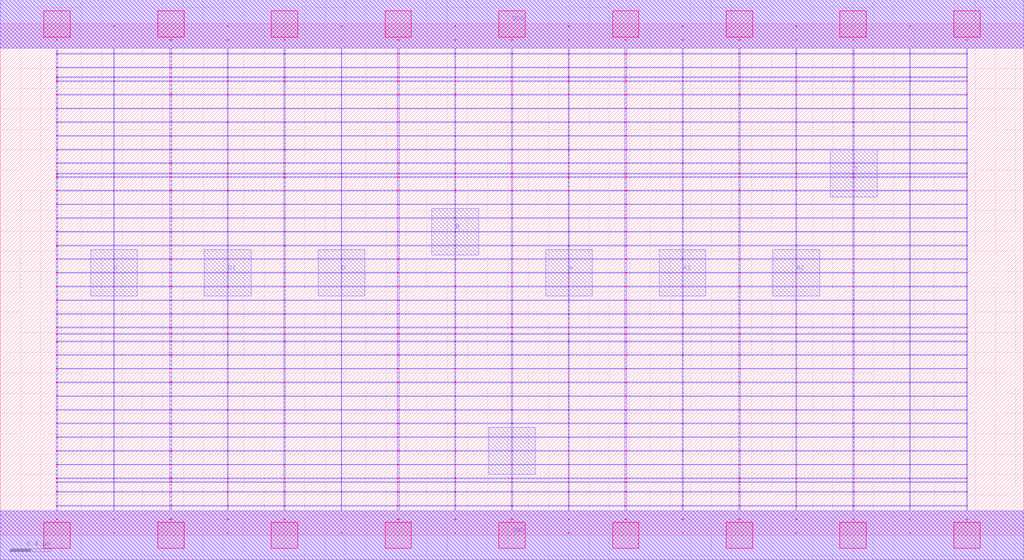
<source format=lef>
MACRO AOAAOI3112_DEBUG
 CLASS CORE ;
 FOREIGN AOAAOI3112_DEBUG 0 0 ;
 SIZE 10.08 BY 5.04 ;
 ORIGIN 0 0 ;
 SYMMETRY X Y R90 ;
 SITE unit ;
  PIN VDD
   DIRECTION INOUT ;
   USE SIGNAL ;
   SHAPE ABUTMENT ;
    PORT
     CLASS CORE ;
       LAYER met1 ;
        RECT 0.00000000 4.80000000 10.08000000 5.28000000 ;
       LAYER met2 ;
        RECT 0.00000000 4.80000000 10.08000000 5.28000000 ;
    END
  END VDD

  PIN GND
   DIRECTION INOUT ;
   USE SIGNAL ;
   SHAPE ABUTMENT ;
    PORT
     CLASS CORE ;
       LAYER met1 ;
        RECT 0.00000000 -0.24000000 10.08000000 0.24000000 ;
       LAYER met2 ;
        RECT 0.00000000 -0.24000000 10.08000000 0.24000000 ;
    END
  END GND

  PIN Y
   DIRECTION INOUT ;
   USE SIGNAL ;
   SHAPE ABUTMENT ;
    PORT
     CLASS CORE ;
       LAYER met2 ;
        RECT 4.81000000 0.60200000 5.27000000 1.06200000 ;
       LAYER met2 ;
        RECT 8.17500000 3.33500000 8.63500000 3.79500000 ;
    END
  END Y

  PIN C
   DIRECTION INOUT ;
   USE SIGNAL ;
   SHAPE ABUTMENT ;
    PORT
     CLASS CORE ;
       LAYER met2 ;
        RECT 0.89000000 2.35700000 1.35000000 2.81700000 ;
    END
  END C

  PIN A
   DIRECTION INOUT ;
   USE SIGNAL ;
   SHAPE ABUTMENT ;
    PORT
     CLASS CORE ;
       LAYER met2 ;
        RECT 5.37000000 2.35700000 5.83000000 2.81700000 ;
    END
  END A

  PIN D1
   DIRECTION INOUT ;
   USE SIGNAL ;
   SHAPE ABUTMENT ;
    PORT
     CLASS CORE ;
       LAYER met2 ;
        RECT 2.01000000 2.35700000 2.47000000 2.81700000 ;
    END
  END D1

  PIN D
   DIRECTION INOUT ;
   USE SIGNAL ;
   SHAPE ABUTMENT ;
    PORT
     CLASS CORE ;
       LAYER met2 ;
        RECT 3.13000000 2.35700000 3.59000000 2.81700000 ;
    END
  END D

  PIN A1
   DIRECTION INOUT ;
   USE SIGNAL ;
   SHAPE ABUTMENT ;
    PORT
     CLASS CORE ;
       LAYER met2 ;
        RECT 6.49000000 2.35700000 6.95000000 2.81700000 ;
    END
  END A1

  PIN A2
   DIRECTION INOUT ;
   USE SIGNAL ;
   SHAPE ABUTMENT ;
    PORT
     CLASS CORE ;
       LAYER met2 ;
        RECT 7.61000000 2.35700000 8.07000000 2.81700000 ;
    END
  END A2

  PIN B
   DIRECTION INOUT ;
   USE SIGNAL ;
   SHAPE ABUTMENT ;
    PORT
     CLASS CORE ;
       LAYER met2 ;
        RECT 4.25000000 2.76200000 4.71000000 3.22200000 ;
    END
  END B

 OBS
    LAYER polycont ;
     RECT 5.03100000 2.58300000 5.04900000 2.59100000 ;
     RECT 5.03100000 2.71800000 5.04900000 2.72600000 ;
     RECT 5.03100000 2.85300000 5.04900000 2.86100000 ;
     RECT 5.03100000 2.98800000 5.04900000 2.99600000 ;
     RECT 7.27100000 2.58300000 7.28900000 2.59100000 ;
     RECT 7.83600000 2.58300000 7.84400000 2.59100000 ;
     RECT 8.39600000 2.58300000 8.40900000 2.59100000 ;
     RECT 8.95600000 2.58300000 8.96400000 2.59100000 ;
     RECT 9.51600000 2.58300000 9.52400000 2.59100000 ;
     RECT 5.59600000 2.58300000 5.60400000 2.59100000 ;
     RECT 5.59600000 2.71800000 5.60400000 2.72600000 ;
     RECT 6.15100000 2.71800000 6.16900000 2.72600000 ;
     RECT 6.71600000 2.71800000 6.72400000 2.72600000 ;
     RECT 7.27100000 2.71800000 7.28900000 2.72600000 ;
     RECT 7.83600000 2.71800000 7.84400000 2.72600000 ;
     RECT 8.39600000 2.71800000 8.40900000 2.72600000 ;
     RECT 8.95600000 2.71800000 8.96400000 2.72600000 ;
     RECT 9.51600000 2.71800000 9.52400000 2.72600000 ;
     RECT 6.15100000 2.58300000 6.16900000 2.59100000 ;
     RECT 5.59600000 2.85300000 5.60400000 2.86100000 ;
     RECT 6.15100000 2.85300000 6.16900000 2.86100000 ;
     RECT 6.71600000 2.85300000 6.72400000 2.86100000 ;
     RECT 7.27100000 2.85300000 7.28900000 2.86100000 ;
     RECT 7.83600000 2.85300000 7.84400000 2.86100000 ;
     RECT 8.39600000 2.85300000 8.40900000 2.86100000 ;
     RECT 8.95600000 2.85300000 8.96400000 2.86100000 ;
     RECT 9.51600000 2.85300000 9.52400000 2.86100000 ;
     RECT 6.71600000 2.58300000 6.72400000 2.59100000 ;
     RECT 5.59600000 2.98800000 5.60400000 2.99600000 ;
     RECT 6.15100000 2.98800000 6.16900000 2.99600000 ;
     RECT 6.71600000 2.98800000 6.72400000 2.99600000 ;
     RECT 7.27100000 2.98800000 7.28900000 2.99600000 ;
     RECT 7.83600000 2.98800000 7.84400000 2.99600000 ;
     RECT 8.39600000 2.98800000 8.40900000 2.99600000 ;
     RECT 8.95600000 2.98800000 8.96400000 2.99600000 ;
     RECT 9.51600000 2.98800000 9.52400000 2.99600000 ;
     RECT 8.95600000 3.12300000 8.96400000 3.13100000 ;
     RECT 9.51600000 3.12300000 9.52400000 3.13100000 ;
     RECT 8.95600000 3.25800000 8.96400000 3.26600000 ;
     RECT 9.51600000 3.25800000 9.52400000 3.26600000 ;
     RECT 8.95600000 3.39300000 8.96400000 3.40100000 ;
     RECT 9.51600000 3.39300000 9.52400000 3.40100000 ;
     RECT 8.95600000 3.52800000 8.96400000 3.53600000 ;
     RECT 9.51600000 3.52800000 9.52400000 3.53600000 ;
     RECT 8.95600000 3.56100000 8.96400000 3.56900000 ;
     RECT 9.51600000 3.56100000 9.52400000 3.56900000 ;
     RECT 8.95600000 3.66300000 8.96400000 3.67100000 ;
     RECT 9.51600000 3.66300000 9.52400000 3.67100000 ;
     RECT 8.95600000 3.79800000 8.96400000 3.80600000 ;
     RECT 9.51600000 3.79800000 9.52400000 3.80600000 ;
     RECT 8.95600000 3.93300000 8.96400000 3.94100000 ;
     RECT 9.51600000 3.93300000 9.52400000 3.94100000 ;
     RECT 8.95600000 4.06800000 8.96400000 4.07600000 ;
     RECT 9.51600000 4.06800000 9.52400000 4.07600000 ;
     RECT 8.95600000 4.20300000 8.96400000 4.21100000 ;
     RECT 9.51600000 4.20300000 9.52400000 4.21100000 ;
     RECT 8.95600000 4.33800000 8.96400000 4.34600000 ;
     RECT 9.51600000 4.33800000 9.52400000 4.34600000 ;
     RECT 8.95600000 4.47300000 8.96400000 4.48100000 ;
     RECT 9.51600000 4.47300000 9.52400000 4.48100000 ;
     RECT 8.95600000 4.51100000 8.96400000 4.51900000 ;
     RECT 9.51600000 4.51100000 9.52400000 4.51900000 ;
     RECT 8.95600000 4.60800000 8.96400000 4.61600000 ;
     RECT 9.51600000 4.60800000 9.52400000 4.61600000 ;
     RECT 8.95600000 4.74300000 8.96400000 4.75100000 ;
     RECT 9.51600000 4.74300000 9.52400000 4.75100000 ;
     RECT 8.95600000 4.87800000 8.96400000 4.88600000 ;
     RECT 9.51600000 4.87800000 9.52400000 4.88600000 ;
     RECT 1.67100000 2.85300000 1.68900000 2.86100000 ;
     RECT 2.23600000 2.85300000 2.24400000 2.86100000 ;
     RECT 2.79100000 2.85300000 2.80900000 2.86100000 ;
     RECT 3.35600000 2.85300000 3.36400000 2.86100000 ;
     RECT 3.91100000 2.85300000 3.92900000 2.86100000 ;
     RECT 4.47600000 2.85300000 4.48400000 2.86100000 ;
     RECT 1.11600000 2.71800000 1.12400000 2.72600000 ;
     RECT 1.67100000 2.71800000 1.68900000 2.72600000 ;
     RECT 2.23600000 2.71800000 2.24400000 2.72600000 ;
     RECT 2.79100000 2.71800000 2.80900000 2.72600000 ;
     RECT 3.35600000 2.71800000 3.36400000 2.72600000 ;
     RECT 3.91100000 2.71800000 3.92900000 2.72600000 ;
     RECT 4.47600000 2.71800000 4.48400000 2.72600000 ;
     RECT 1.11600000 2.58300000 1.12400000 2.59100000 ;
     RECT 1.67100000 2.58300000 1.68900000 2.59100000 ;
     RECT 0.55100000 2.98800000 0.56400000 2.99600000 ;
     RECT 1.11600000 2.98800000 1.12400000 2.99600000 ;
     RECT 1.67100000 2.98800000 1.68900000 2.99600000 ;
     RECT 2.23600000 2.98800000 2.24400000 2.99600000 ;
     RECT 2.79100000 2.98800000 2.80900000 2.99600000 ;
     RECT 3.35600000 2.98800000 3.36400000 2.99600000 ;
     RECT 3.91100000 2.98800000 3.92900000 2.99600000 ;
     RECT 4.47600000 2.98800000 4.48400000 2.99600000 ;
     RECT 2.23600000 2.58300000 2.24400000 2.59100000 ;
     RECT 2.79100000 2.58300000 2.80900000 2.59100000 ;
     RECT 3.35600000 2.58300000 3.36400000 2.59100000 ;
     RECT 3.91100000 2.58300000 3.92900000 2.59100000 ;
     RECT 4.47600000 2.58300000 4.48400000 2.59100000 ;
     RECT 0.55100000 2.58300000 0.56400000 2.59100000 ;
     RECT 0.55100000 2.71800000 0.56400000 2.72600000 ;
     RECT 0.55100000 2.85300000 0.56400000 2.86100000 ;
     RECT 1.11600000 2.85300000 1.12400000 2.86100000 ;
     RECT 4.47600000 0.15300000 4.48400000 0.16100000 ;
     RECT 4.47600000 0.28800000 4.48400000 0.29600000 ;
     RECT 4.47600000 0.42300000 4.48400000 0.43100000 ;
     RECT 4.47600000 0.52100000 4.48400000 0.52900000 ;
     RECT 4.47600000 0.55800000 4.48400000 0.56600000 ;
     RECT 4.47600000 0.69300000 4.48400000 0.70100000 ;
     RECT 4.47600000 0.82800000 4.48400000 0.83600000 ;
     RECT 4.47600000 0.96300000 4.48400000 0.97100000 ;
     RECT 4.47600000 1.09800000 4.48400000 1.10600000 ;
     RECT 4.47600000 1.23300000 4.48400000 1.24100000 ;
     RECT 4.47600000 1.36800000 4.48400000 1.37600000 ;
     RECT 4.47600000 1.50300000 4.48400000 1.51100000 ;
     RECT 4.47600000 1.63800000 4.48400000 1.64600000 ;
     RECT 4.47600000 1.77300000 4.48400000 1.78100000 ;
     RECT 4.47600000 1.90800000 4.48400000 1.91600000 ;
     RECT 4.47600000 1.98100000 4.48400000 1.98900000 ;
     RECT 4.47600000 2.04300000 4.48400000 2.05100000 ;
     RECT 4.47600000 2.17800000 4.48400000 2.18600000 ;
     RECT 4.47600000 2.31300000 4.48400000 2.32100000 ;
     RECT 4.47600000 2.44800000 4.48400000 2.45600000 ;

    LAYER pdiffc ;
     RECT 0.55100000 3.39300000 0.55900000 3.40100000 ;
     RECT 8.40100000 3.39300000 8.40900000 3.40100000 ;
     RECT 0.55100000 3.52800000 0.55900000 3.53600000 ;
     RECT 8.40100000 3.52800000 8.40900000 3.53600000 ;
     RECT 0.55100000 3.56100000 0.55900000 3.56900000 ;
     RECT 8.40100000 3.56100000 8.40900000 3.56900000 ;
     RECT 0.55100000 3.66300000 0.55900000 3.67100000 ;
     RECT 8.40100000 3.66300000 8.40900000 3.67100000 ;
     RECT 0.55100000 3.79800000 0.55900000 3.80600000 ;
     RECT 8.40100000 3.79800000 8.40900000 3.80600000 ;
     RECT 0.55100000 3.93300000 0.55900000 3.94100000 ;
     RECT 8.40100000 3.93300000 8.40900000 3.94100000 ;
     RECT 0.55100000 4.06800000 0.55900000 4.07600000 ;
     RECT 8.40100000 4.06800000 8.40900000 4.07600000 ;
     RECT 0.55100000 4.20300000 0.55900000 4.21100000 ;
     RECT 8.40100000 4.20300000 8.40900000 4.21100000 ;
     RECT 0.55100000 4.33800000 0.55900000 4.34600000 ;
     RECT 8.40100000 4.33800000 8.40900000 4.34600000 ;
     RECT 0.55100000 4.47300000 0.55900000 4.48100000 ;
     RECT 8.40100000 4.47300000 8.40900000 4.48100000 ;
     RECT 0.55100000 4.51100000 0.55900000 4.51900000 ;
     RECT 8.40100000 4.51100000 8.40900000 4.51900000 ;
     RECT 0.55100000 4.60800000 0.55900000 4.61600000 ;
     RECT 8.40100000 4.60800000 8.40900000 4.61600000 ;

    LAYER ndiffc ;
     RECT 5.03100000 0.42300000 5.04900000 0.43100000 ;
     RECT 5.03100000 0.52100000 5.04900000 0.52900000 ;
     RECT 5.03100000 0.55800000 5.04900000 0.56600000 ;
     RECT 5.03100000 0.69300000 5.04900000 0.70100000 ;
     RECT 5.03100000 0.82800000 5.04900000 0.83600000 ;
     RECT 5.03100000 0.96300000 5.04900000 0.97100000 ;
     RECT 5.03100000 1.09800000 5.04900000 1.10600000 ;
     RECT 5.03100000 1.23300000 5.04900000 1.24100000 ;
     RECT 5.03100000 1.36800000 5.04900000 1.37600000 ;
     RECT 5.03100000 1.50300000 5.04900000 1.51100000 ;
     RECT 5.03100000 1.63800000 5.04900000 1.64600000 ;
     RECT 5.03100000 1.77300000 5.04900000 1.78100000 ;
     RECT 5.03100000 1.90800000 5.04900000 1.91600000 ;
     RECT 5.03100000 1.98100000 5.04900000 1.98900000 ;
     RECT 5.03100000 2.04300000 5.04900000 2.05100000 ;
     RECT 8.39600000 0.42300000 8.40900000 0.43100000 ;
     RECT 6.15100000 0.69300000 6.16900000 0.70100000 ;
     RECT 7.27100000 0.69300000 7.28900000 0.70100000 ;
     RECT 8.39600000 0.69300000 8.40900000 0.70100000 ;
     RECT 9.51600000 0.69300000 9.52400000 0.70100000 ;
     RECT 9.51600000 0.42300000 9.52400000 0.43100000 ;
     RECT 6.15100000 0.82800000 6.16900000 0.83600000 ;
     RECT 7.27100000 0.82800000 7.28900000 0.83600000 ;
     RECT 8.39600000 0.82800000 8.40900000 0.83600000 ;
     RECT 9.51600000 0.82800000 9.52400000 0.83600000 ;
     RECT 6.15100000 0.42300000 6.16900000 0.43100000 ;
     RECT 6.15100000 0.96300000 6.16900000 0.97100000 ;
     RECT 7.27100000 0.96300000 7.28900000 0.97100000 ;
     RECT 8.39600000 0.96300000 8.40900000 0.97100000 ;
     RECT 9.51600000 0.96300000 9.52400000 0.97100000 ;
     RECT 6.15100000 0.52100000 6.16900000 0.52900000 ;
     RECT 6.15100000 1.09800000 6.16900000 1.10600000 ;
     RECT 7.27100000 1.09800000 7.28900000 1.10600000 ;
     RECT 8.39600000 1.09800000 8.40900000 1.10600000 ;
     RECT 9.51600000 1.09800000 9.52400000 1.10600000 ;
     RECT 7.27100000 0.52100000 7.28900000 0.52900000 ;
     RECT 6.15100000 1.23300000 6.16900000 1.24100000 ;
     RECT 7.27100000 1.23300000 7.28900000 1.24100000 ;
     RECT 8.39600000 1.23300000 8.40900000 1.24100000 ;
     RECT 9.51600000 1.23300000 9.52400000 1.24100000 ;
     RECT 8.39600000 0.52100000 8.40900000 0.52900000 ;
     RECT 6.15100000 1.36800000 6.16900000 1.37600000 ;
     RECT 7.27100000 1.36800000 7.28900000 1.37600000 ;
     RECT 8.39600000 1.36800000 8.40900000 1.37600000 ;
     RECT 9.51600000 1.36800000 9.52400000 1.37600000 ;
     RECT 9.51600000 0.52100000 9.52400000 0.52900000 ;
     RECT 6.15100000 1.50300000 6.16900000 1.51100000 ;
     RECT 7.27100000 1.50300000 7.28900000 1.51100000 ;
     RECT 8.39600000 1.50300000 8.40900000 1.51100000 ;
     RECT 9.51600000 1.50300000 9.52400000 1.51100000 ;
     RECT 7.27100000 0.42300000 7.28900000 0.43100000 ;
     RECT 6.15100000 1.63800000 6.16900000 1.64600000 ;
     RECT 7.27100000 1.63800000 7.28900000 1.64600000 ;
     RECT 8.39600000 1.63800000 8.40900000 1.64600000 ;
     RECT 9.51600000 1.63800000 9.52400000 1.64600000 ;
     RECT 6.15100000 0.55800000 6.16900000 0.56600000 ;
     RECT 6.15100000 1.77300000 6.16900000 1.78100000 ;
     RECT 7.27100000 1.77300000 7.28900000 1.78100000 ;
     RECT 8.39600000 1.77300000 8.40900000 1.78100000 ;
     RECT 9.51600000 1.77300000 9.52400000 1.78100000 ;
     RECT 7.27100000 0.55800000 7.28900000 0.56600000 ;
     RECT 6.15100000 1.90800000 6.16900000 1.91600000 ;
     RECT 7.27100000 1.90800000 7.28900000 1.91600000 ;
     RECT 8.39600000 1.90800000 8.40900000 1.91600000 ;
     RECT 9.51600000 1.90800000 9.52400000 1.91600000 ;
     RECT 8.39600000 0.55800000 8.40900000 0.56600000 ;
     RECT 6.15100000 1.98100000 6.16900000 1.98900000 ;
     RECT 7.27100000 1.98100000 7.28900000 1.98900000 ;
     RECT 8.39600000 1.98100000 8.40900000 1.98900000 ;
     RECT 9.51600000 1.98100000 9.52400000 1.98900000 ;
     RECT 9.51600000 0.55800000 9.52400000 0.56600000 ;
     RECT 6.15100000 2.04300000 6.16900000 2.05100000 ;
     RECT 7.27100000 2.04300000 7.28900000 2.05100000 ;
     RECT 8.39600000 2.04300000 8.40900000 2.05100000 ;
     RECT 9.51600000 2.04300000 9.52400000 2.05100000 ;
     RECT 3.91100000 1.36800000 3.92900000 1.37600000 ;
     RECT 2.79100000 0.55800000 2.80900000 0.56600000 ;
     RECT 3.91100000 0.55800000 3.92900000 0.56600000 ;
     RECT 1.67100000 0.52100000 1.68900000 0.52900000 ;
     RECT 2.79100000 0.52100000 2.80900000 0.52900000 ;
     RECT 3.91100000 0.52100000 3.92900000 0.52900000 ;
     RECT 0.55100000 1.50300000 0.56400000 1.51100000 ;
     RECT 1.67100000 1.50300000 1.68900000 1.51100000 ;
     RECT 2.79100000 1.50300000 2.80900000 1.51100000 ;
     RECT 3.91100000 1.50300000 3.92900000 1.51100000 ;
     RECT 0.55100000 0.96300000 0.56400000 0.97100000 ;
     RECT 1.67100000 0.96300000 1.68900000 0.97100000 ;
     RECT 2.79100000 0.96300000 2.80900000 0.97100000 ;
     RECT 3.91100000 0.96300000 3.92900000 0.97100000 ;
     RECT 1.67100000 0.42300000 1.68900000 0.43100000 ;
     RECT 0.55100000 1.63800000 0.56400000 1.64600000 ;
     RECT 1.67100000 1.63800000 1.68900000 1.64600000 ;
     RECT 2.79100000 1.63800000 2.80900000 1.64600000 ;
     RECT 3.91100000 1.63800000 3.92900000 1.64600000 ;
     RECT 2.79100000 0.42300000 2.80900000 0.43100000 ;
     RECT 0.55100000 0.69300000 0.56400000 0.70100000 ;
     RECT 1.67100000 0.69300000 1.68900000 0.70100000 ;
     RECT 2.79100000 0.69300000 2.80900000 0.70100000 ;
     RECT 0.55100000 1.09800000 0.56400000 1.10600000 ;
     RECT 0.55100000 1.77300000 0.56400000 1.78100000 ;
     RECT 1.67100000 1.77300000 1.68900000 1.78100000 ;
     RECT 2.79100000 1.77300000 2.80900000 1.78100000 ;
     RECT 3.91100000 1.77300000 3.92900000 1.78100000 ;
     RECT 1.67100000 1.09800000 1.68900000 1.10600000 ;
     RECT 2.79100000 1.09800000 2.80900000 1.10600000 ;
     RECT 3.91100000 1.09800000 3.92900000 1.10600000 ;
     RECT 3.91100000 0.69300000 3.92900000 0.70100000 ;
     RECT 3.91100000 0.42300000 3.92900000 0.43100000 ;
     RECT 0.55100000 1.90800000 0.56400000 1.91600000 ;
     RECT 1.67100000 1.90800000 1.68900000 1.91600000 ;
     RECT 2.79100000 1.90800000 2.80900000 1.91600000 ;
     RECT 3.91100000 1.90800000 3.92900000 1.91600000 ;
     RECT 0.55100000 0.42300000 0.56400000 0.43100000 ;
     RECT 0.55100000 0.52100000 0.56400000 0.52900000 ;
     RECT 0.55100000 0.55800000 0.56400000 0.56600000 ;
     RECT 0.55100000 1.23300000 0.56400000 1.24100000 ;
     RECT 1.67100000 1.23300000 1.68900000 1.24100000 ;
     RECT 0.55100000 1.98100000 0.56400000 1.98900000 ;
     RECT 1.67100000 1.98100000 1.68900000 1.98900000 ;
     RECT 2.79100000 1.98100000 2.80900000 1.98900000 ;
     RECT 3.91100000 1.98100000 3.92900000 1.98900000 ;
     RECT 2.79100000 1.23300000 2.80900000 1.24100000 ;
     RECT 3.91100000 1.23300000 3.92900000 1.24100000 ;
     RECT 1.67100000 0.55800000 1.68900000 0.56600000 ;
     RECT 0.55100000 0.82800000 0.56400000 0.83600000 ;
     RECT 1.67100000 0.82800000 1.68900000 0.83600000 ;
     RECT 0.55100000 2.04300000 0.56400000 2.05100000 ;
     RECT 1.67100000 2.04300000 1.68900000 2.05100000 ;
     RECT 2.79100000 2.04300000 2.80900000 2.05100000 ;
     RECT 3.91100000 2.04300000 3.92900000 2.05100000 ;
     RECT 2.79100000 0.82800000 2.80900000 0.83600000 ;
     RECT 3.91100000 0.82800000 3.92900000 0.83600000 ;
     RECT 0.55100000 1.36800000 0.56400000 1.37600000 ;
     RECT 1.67100000 1.36800000 1.68900000 1.37600000 ;
     RECT 2.79100000 1.36800000 2.80900000 1.37600000 ;

    LAYER met1 ;
     RECT 0.00000000 -0.24000000 10.08000000 0.24000000 ;
     RECT 5.03100000 0.24000000 5.04900000 0.28800000 ;
     RECT 0.55100000 0.28800000 9.52400000 0.29600000 ;
     RECT 5.03100000 0.29600000 5.04900000 0.42300000 ;
     RECT 0.55100000 0.42300000 9.52400000 0.43100000 ;
     RECT 5.03100000 0.43100000 5.04900000 0.52100000 ;
     RECT 0.55100000 0.52100000 9.52400000 0.52900000 ;
     RECT 5.03100000 0.52900000 5.04900000 0.55800000 ;
     RECT 0.55100000 0.55800000 9.52400000 0.56600000 ;
     RECT 5.03100000 0.56600000 5.04900000 0.69300000 ;
     RECT 0.55100000 0.69300000 9.52400000 0.70100000 ;
     RECT 5.03100000 0.70100000 5.04900000 0.82800000 ;
     RECT 0.55100000 0.82800000 9.52400000 0.83600000 ;
     RECT 5.03100000 0.83600000 5.04900000 0.96300000 ;
     RECT 0.55100000 0.96300000 9.52400000 0.97100000 ;
     RECT 5.03100000 0.97100000 5.04900000 1.09800000 ;
     RECT 0.55100000 1.09800000 9.52400000 1.10600000 ;
     RECT 5.03100000 1.10600000 5.04900000 1.23300000 ;
     RECT 0.55100000 1.23300000 9.52400000 1.24100000 ;
     RECT 5.03100000 1.24100000 5.04900000 1.36800000 ;
     RECT 0.55100000 1.36800000 9.52400000 1.37600000 ;
     RECT 5.03100000 1.37600000 5.04900000 1.50300000 ;
     RECT 0.55100000 1.50300000 9.52400000 1.51100000 ;
     RECT 5.03100000 1.51100000 5.04900000 1.63800000 ;
     RECT 0.55100000 1.63800000 9.52400000 1.64600000 ;
     RECT 5.03100000 1.64600000 5.04900000 1.77300000 ;
     RECT 0.55100000 1.77300000 9.52400000 1.78100000 ;
     RECT 5.03100000 1.78100000 5.04900000 1.90800000 ;
     RECT 0.55100000 1.90800000 9.52400000 1.91600000 ;
     RECT 5.03100000 1.91600000 5.04900000 1.98100000 ;
     RECT 0.55100000 1.98100000 9.52400000 1.98900000 ;
     RECT 5.03100000 1.98900000 5.04900000 2.04300000 ;
     RECT 0.55100000 2.04300000 9.52400000 2.05100000 ;
     RECT 5.03100000 2.05100000 5.04900000 2.17800000 ;
     RECT 0.55100000 2.17800000 9.52400000 2.18600000 ;
     RECT 5.03100000 2.18600000 5.04900000 2.31300000 ;
     RECT 0.55100000 2.31300000 9.52400000 2.32100000 ;
     RECT 5.03100000 2.32100000 5.04900000 2.44800000 ;
     RECT 0.55100000 2.44800000 9.52400000 2.45600000 ;
     RECT 0.55100000 2.45600000 0.56400000 2.58300000 ;
     RECT 1.11600000 2.45600000 1.12400000 2.58300000 ;
     RECT 1.67100000 2.45600000 1.68900000 2.58300000 ;
     RECT 2.23600000 2.45600000 2.24400000 2.58300000 ;
     RECT 2.79100000 2.45600000 2.80900000 2.58300000 ;
     RECT 3.35600000 2.45600000 3.36400000 2.58300000 ;
     RECT 3.91100000 2.45600000 3.92900000 2.58300000 ;
     RECT 4.47600000 2.45600000 4.48400000 2.58300000 ;
     RECT 5.03100000 2.45600000 5.04900000 2.58300000 ;
     RECT 5.59600000 2.45600000 5.60400000 2.58300000 ;
     RECT 6.15100000 2.45600000 6.16900000 2.58300000 ;
     RECT 6.71600000 2.45600000 6.72400000 2.58300000 ;
     RECT 7.27100000 2.45600000 7.28900000 2.58300000 ;
     RECT 7.83600000 2.45600000 7.84400000 2.58300000 ;
     RECT 8.39600000 2.45600000 8.40900000 2.58300000 ;
     RECT 8.95600000 2.45600000 8.96400000 2.58300000 ;
     RECT 9.51600000 2.45600000 9.52400000 2.58300000 ;
     RECT 0.55100000 2.58300000 9.52400000 2.59100000 ;
     RECT 5.03100000 2.59100000 5.04900000 2.71800000 ;
     RECT 0.55100000 2.71800000 9.52400000 2.72600000 ;
     RECT 5.03100000 2.72600000 5.04900000 2.85300000 ;
     RECT 0.55100000 2.85300000 9.52400000 2.86100000 ;
     RECT 5.03100000 2.86100000 5.04900000 2.98800000 ;
     RECT 0.55100000 2.98800000 9.52400000 2.99600000 ;
     RECT 5.03100000 2.99600000 5.04900000 3.12300000 ;
     RECT 0.55100000 3.12300000 9.52400000 3.13100000 ;
     RECT 5.03100000 3.13100000 5.04900000 3.25800000 ;
     RECT 0.55100000 3.25800000 9.52400000 3.26600000 ;
     RECT 5.03100000 3.26600000 5.04900000 3.39300000 ;
     RECT 0.55100000 3.39300000 9.52400000 3.40100000 ;
     RECT 5.03100000 3.40100000 5.04900000 3.52800000 ;
     RECT 0.55100000 3.52800000 9.52400000 3.53600000 ;
     RECT 5.03100000 3.53600000 5.04900000 3.56100000 ;
     RECT 0.55100000 3.56100000 9.52400000 3.56900000 ;
     RECT 5.03100000 3.56900000 5.04900000 3.66300000 ;
     RECT 0.55100000 3.66300000 9.52400000 3.67100000 ;
     RECT 5.03100000 3.67100000 5.04900000 3.79800000 ;
     RECT 0.55100000 3.79800000 9.52400000 3.80600000 ;
     RECT 5.03100000 3.80600000 5.04900000 3.93300000 ;
     RECT 0.55100000 3.93300000 9.52400000 3.94100000 ;
     RECT 5.03100000 3.94100000 5.04900000 4.06800000 ;
     RECT 0.55100000 4.06800000 9.52400000 4.07600000 ;
     RECT 5.03100000 4.07600000 5.04900000 4.20300000 ;
     RECT 0.55100000 4.20300000 9.52400000 4.21100000 ;
     RECT 5.03100000 4.21100000 5.04900000 4.33800000 ;
     RECT 0.55100000 4.33800000 9.52400000 4.34600000 ;
     RECT 5.03100000 4.34600000 5.04900000 4.47300000 ;
     RECT 0.55100000 4.47300000 9.52400000 4.48100000 ;
     RECT 5.03100000 4.48100000 5.04900000 4.51100000 ;
     RECT 0.55100000 4.51100000 9.52400000 4.51900000 ;
     RECT 5.03100000 4.51900000 5.04900000 4.60800000 ;
     RECT 0.55100000 4.60800000 9.52400000 4.61600000 ;
     RECT 5.03100000 4.61600000 5.04900000 4.74300000 ;
     RECT 0.55100000 4.74300000 9.52400000 4.75100000 ;
     RECT 5.03100000 4.75100000 5.04900000 4.80000000 ;
     RECT 0.00000000 4.80000000 10.08000000 5.28000000 ;
     RECT 5.59600000 3.80600000 5.60400000 3.93300000 ;
     RECT 6.15100000 3.80600000 6.16900000 3.93300000 ;
     RECT 6.71600000 3.80600000 6.72400000 3.93300000 ;
     RECT 7.27100000 3.80600000 7.28900000 3.93300000 ;
     RECT 7.83600000 3.80600000 7.84400000 3.93300000 ;
     RECT 8.39600000 3.80600000 8.40900000 3.93300000 ;
     RECT 8.95600000 3.80600000 8.96400000 3.93300000 ;
     RECT 9.51600000 3.80600000 9.52400000 3.93300000 ;
     RECT 7.83600000 3.94100000 7.84400000 4.06800000 ;
     RECT 8.39600000 3.94100000 8.40900000 4.06800000 ;
     RECT 8.95600000 3.94100000 8.96400000 4.06800000 ;
     RECT 9.51600000 3.94100000 9.52400000 4.06800000 ;
     RECT 7.83600000 4.07600000 7.84400000 4.20300000 ;
     RECT 8.39600000 4.07600000 8.40900000 4.20300000 ;
     RECT 8.95600000 4.07600000 8.96400000 4.20300000 ;
     RECT 9.51600000 4.07600000 9.52400000 4.20300000 ;
     RECT 7.83600000 4.21100000 7.84400000 4.33800000 ;
     RECT 8.39600000 4.21100000 8.40900000 4.33800000 ;
     RECT 8.95600000 4.21100000 8.96400000 4.33800000 ;
     RECT 9.51600000 4.21100000 9.52400000 4.33800000 ;
     RECT 7.83600000 4.34600000 7.84400000 4.47300000 ;
     RECT 8.39600000 4.34600000 8.40900000 4.47300000 ;
     RECT 8.95600000 4.34600000 8.96400000 4.47300000 ;
     RECT 9.51600000 4.34600000 9.52400000 4.47300000 ;
     RECT 7.83600000 4.48100000 7.84400000 4.51100000 ;
     RECT 8.39600000 4.48100000 8.40900000 4.51100000 ;
     RECT 8.95600000 4.48100000 8.96400000 4.51100000 ;
     RECT 9.51600000 4.48100000 9.52400000 4.51100000 ;
     RECT 7.83600000 4.51900000 7.84400000 4.60800000 ;
     RECT 8.39600000 4.51900000 8.40900000 4.60800000 ;
     RECT 8.95600000 4.51900000 8.96400000 4.60800000 ;
     RECT 9.51600000 4.51900000 9.52400000 4.60800000 ;
     RECT 7.83600000 4.61600000 7.84400000 4.74300000 ;
     RECT 8.39600000 4.61600000 8.40900000 4.74300000 ;
     RECT 8.95600000 4.61600000 8.96400000 4.74300000 ;
     RECT 9.51600000 4.61600000 9.52400000 4.74300000 ;
     RECT 7.83600000 4.75100000 7.84400000 4.80000000 ;
     RECT 8.39600000 4.75100000 8.40900000 4.80000000 ;
     RECT 8.95600000 4.75100000 8.96400000 4.80000000 ;
     RECT 9.51600000 4.75100000 9.52400000 4.80000000 ;
     RECT 5.59600000 4.48100000 5.60400000 4.51100000 ;
     RECT 6.15100000 4.48100000 6.16900000 4.51100000 ;
     RECT 6.71600000 4.48100000 6.72400000 4.51100000 ;
     RECT 7.27100000 4.48100000 7.28900000 4.51100000 ;
     RECT 5.59600000 4.21100000 5.60400000 4.33800000 ;
     RECT 6.15100000 4.21100000 6.16900000 4.33800000 ;
     RECT 6.71600000 4.21100000 6.72400000 4.33800000 ;
     RECT 7.27100000 4.21100000 7.28900000 4.33800000 ;
     RECT 5.59600000 4.51900000 5.60400000 4.60800000 ;
     RECT 6.15100000 4.51900000 6.16900000 4.60800000 ;
     RECT 6.71600000 4.51900000 6.72400000 4.60800000 ;
     RECT 7.27100000 4.51900000 7.28900000 4.60800000 ;
     RECT 5.59600000 4.07600000 5.60400000 4.20300000 ;
     RECT 6.15100000 4.07600000 6.16900000 4.20300000 ;
     RECT 6.71600000 4.07600000 6.72400000 4.20300000 ;
     RECT 7.27100000 4.07600000 7.28900000 4.20300000 ;
     RECT 5.59600000 4.61600000 5.60400000 4.74300000 ;
     RECT 6.15100000 4.61600000 6.16900000 4.74300000 ;
     RECT 6.71600000 4.61600000 6.72400000 4.74300000 ;
     RECT 7.27100000 4.61600000 7.28900000 4.74300000 ;
     RECT 5.59600000 4.34600000 5.60400000 4.47300000 ;
     RECT 6.15100000 4.34600000 6.16900000 4.47300000 ;
     RECT 6.71600000 4.34600000 6.72400000 4.47300000 ;
     RECT 7.27100000 4.34600000 7.28900000 4.47300000 ;
     RECT 5.59600000 4.75100000 5.60400000 4.80000000 ;
     RECT 6.15100000 4.75100000 6.16900000 4.80000000 ;
     RECT 6.71600000 4.75100000 6.72400000 4.80000000 ;
     RECT 7.27100000 4.75100000 7.28900000 4.80000000 ;
     RECT 5.59600000 3.94100000 5.60400000 4.06800000 ;
     RECT 6.15100000 3.94100000 6.16900000 4.06800000 ;
     RECT 6.71600000 3.94100000 6.72400000 4.06800000 ;
     RECT 7.27100000 3.94100000 7.28900000 4.06800000 ;
     RECT 5.59600000 2.59100000 5.60400000 2.71800000 ;
     RECT 6.15100000 2.59100000 6.16900000 2.71800000 ;
     RECT 5.59600000 3.26600000 5.60400000 3.39300000 ;
     RECT 6.15100000 3.26600000 6.16900000 3.39300000 ;
     RECT 5.59600000 2.86100000 5.60400000 2.98800000 ;
     RECT 6.15100000 2.86100000 6.16900000 2.98800000 ;
     RECT 6.71600000 3.26600000 6.72400000 3.39300000 ;
     RECT 7.27100000 3.26600000 7.28900000 3.39300000 ;
     RECT 5.59600000 2.72600000 5.60400000 2.85300000 ;
     RECT 6.15100000 2.72600000 6.16900000 2.85300000 ;
     RECT 5.59600000 3.40100000 5.60400000 3.52800000 ;
     RECT 6.15100000 3.40100000 6.16900000 3.52800000 ;
     RECT 5.59600000 2.99600000 5.60400000 3.12300000 ;
     RECT 6.15100000 2.99600000 6.16900000 3.12300000 ;
     RECT 6.71600000 3.40100000 6.72400000 3.52800000 ;
     RECT 7.27100000 3.40100000 7.28900000 3.52800000 ;
     RECT 6.71600000 2.86100000 6.72400000 2.98800000 ;
     RECT 7.27100000 2.86100000 7.28900000 2.98800000 ;
     RECT 6.71600000 2.72600000 6.72400000 2.85300000 ;
     RECT 7.27100000 2.72600000 7.28900000 2.85300000 ;
     RECT 5.59600000 3.53600000 5.60400000 3.56100000 ;
     RECT 6.15100000 3.53600000 6.16900000 3.56100000 ;
     RECT 6.71600000 2.99600000 6.72400000 3.12300000 ;
     RECT 7.27100000 2.99600000 7.28900000 3.12300000 ;
     RECT 6.71600000 3.53600000 6.72400000 3.56100000 ;
     RECT 7.27100000 3.53600000 7.28900000 3.56100000 ;
     RECT 5.59600000 3.56900000 5.60400000 3.66300000 ;
     RECT 6.15100000 3.56900000 6.16900000 3.66300000 ;
     RECT 6.71600000 3.56900000 6.72400000 3.66300000 ;
     RECT 7.27100000 3.56900000 7.28900000 3.66300000 ;
     RECT 5.59600000 3.67100000 5.60400000 3.79800000 ;
     RECT 6.15100000 3.67100000 6.16900000 3.79800000 ;
     RECT 6.71600000 3.67100000 6.72400000 3.79800000 ;
     RECT 7.27100000 3.67100000 7.28900000 3.79800000 ;
     RECT 6.71600000 2.59100000 6.72400000 2.71800000 ;
     RECT 7.27100000 2.59100000 7.28900000 2.71800000 ;
     RECT 5.59600000 3.13100000 5.60400000 3.25800000 ;
     RECT 6.15100000 3.13100000 6.16900000 3.25800000 ;
     RECT 6.71600000 3.13100000 6.72400000 3.25800000 ;
     RECT 7.27100000 3.13100000 7.28900000 3.25800000 ;
     RECT 8.39600000 2.59100000 8.40900000 2.71800000 ;
     RECT 9.51600000 2.99600000 9.52400000 3.12300000 ;
     RECT 7.83600000 3.13100000 7.84400000 3.25800000 ;
     RECT 7.83600000 3.56900000 7.84400000 3.66300000 ;
     RECT 8.39600000 3.56900000 8.40900000 3.66300000 ;
     RECT 8.95600000 3.56900000 8.96400000 3.66300000 ;
     RECT 9.51600000 3.56900000 9.52400000 3.66300000 ;
     RECT 8.95600000 2.72600000 8.96400000 2.85300000 ;
     RECT 9.51600000 2.72600000 9.52400000 2.85300000 ;
     RECT 8.39600000 3.13100000 8.40900000 3.25800000 ;
     RECT 7.83600000 3.40100000 7.84400000 3.52800000 ;
     RECT 8.39600000 3.40100000 8.40900000 3.52800000 ;
     RECT 8.95600000 3.40100000 8.96400000 3.52800000 ;
     RECT 7.83600000 3.67100000 7.84400000 3.79800000 ;
     RECT 8.39600000 3.67100000 8.40900000 3.79800000 ;
     RECT 8.95600000 3.67100000 8.96400000 3.79800000 ;
     RECT 7.83600000 2.86100000 7.84400000 2.98800000 ;
     RECT 8.39600000 2.86100000 8.40900000 2.98800000 ;
     RECT 9.51600000 3.67100000 9.52400000 3.79800000 ;
     RECT 9.51600000 3.40100000 9.52400000 3.52800000 ;
     RECT 8.95600000 3.13100000 8.96400000 3.25800000 ;
     RECT 7.83600000 3.26600000 7.84400000 3.39300000 ;
     RECT 8.39600000 3.26600000 8.40900000 3.39300000 ;
     RECT 8.95600000 3.26600000 8.96400000 3.39300000 ;
     RECT 9.51600000 3.26600000 9.52400000 3.39300000 ;
     RECT 9.51600000 3.13100000 9.52400000 3.25800000 ;
     RECT 8.95600000 2.86100000 8.96400000 2.98800000 ;
     RECT 9.51600000 2.86100000 9.52400000 2.98800000 ;
     RECT 7.83600000 3.53600000 7.84400000 3.56100000 ;
     RECT 7.83600000 2.99600000 7.84400000 3.12300000 ;
     RECT 8.39600000 2.99600000 8.40900000 3.12300000 ;
     RECT 8.39600000 3.53600000 8.40900000 3.56100000 ;
     RECT 8.95600000 3.53600000 8.96400000 3.56100000 ;
     RECT 9.51600000 3.53600000 9.52400000 3.56100000 ;
     RECT 7.83600000 2.72600000 7.84400000 2.85300000 ;
     RECT 8.39600000 2.72600000 8.40900000 2.85300000 ;
     RECT 8.95600000 2.59100000 8.96400000 2.71800000 ;
     RECT 9.51600000 2.59100000 9.52400000 2.71800000 ;
     RECT 7.83600000 2.59100000 7.84400000 2.71800000 ;
     RECT 8.95600000 2.99600000 8.96400000 3.12300000 ;
     RECT 0.55100000 3.80600000 0.56400000 3.93300000 ;
     RECT 1.11600000 3.80600000 1.12400000 3.93300000 ;
     RECT 1.67100000 3.80600000 1.68900000 3.93300000 ;
     RECT 2.23600000 3.80600000 2.24400000 3.93300000 ;
     RECT 2.79100000 3.80600000 2.80900000 3.93300000 ;
     RECT 3.35600000 3.80600000 3.36400000 3.93300000 ;
     RECT 3.91100000 3.80600000 3.92900000 3.93300000 ;
     RECT 4.47600000 3.80600000 4.48400000 3.93300000 ;
     RECT 2.79100000 4.21100000 2.80900000 4.33800000 ;
     RECT 3.35600000 4.21100000 3.36400000 4.33800000 ;
     RECT 3.91100000 4.21100000 3.92900000 4.33800000 ;
     RECT 4.47600000 4.21100000 4.48400000 4.33800000 ;
     RECT 2.79100000 4.34600000 2.80900000 4.47300000 ;
     RECT 3.35600000 4.34600000 3.36400000 4.47300000 ;
     RECT 3.91100000 4.34600000 3.92900000 4.47300000 ;
     RECT 4.47600000 4.34600000 4.48400000 4.47300000 ;
     RECT 2.79100000 4.48100000 2.80900000 4.51100000 ;
     RECT 3.35600000 4.48100000 3.36400000 4.51100000 ;
     RECT 3.91100000 4.48100000 3.92900000 4.51100000 ;
     RECT 4.47600000 4.48100000 4.48400000 4.51100000 ;
     RECT 2.79100000 4.51900000 2.80900000 4.60800000 ;
     RECT 3.35600000 4.51900000 3.36400000 4.60800000 ;
     RECT 3.91100000 4.51900000 3.92900000 4.60800000 ;
     RECT 4.47600000 4.51900000 4.48400000 4.60800000 ;
     RECT 2.79100000 4.61600000 2.80900000 4.74300000 ;
     RECT 3.35600000 4.61600000 3.36400000 4.74300000 ;
     RECT 3.91100000 4.61600000 3.92900000 4.74300000 ;
     RECT 4.47600000 4.61600000 4.48400000 4.74300000 ;
     RECT 2.79100000 4.75100000 2.80900000 4.80000000 ;
     RECT 3.35600000 4.75100000 3.36400000 4.80000000 ;
     RECT 3.91100000 4.75100000 3.92900000 4.80000000 ;
     RECT 4.47600000 4.75100000 4.48400000 4.80000000 ;
     RECT 2.79100000 3.94100000 2.80900000 4.06800000 ;
     RECT 3.35600000 3.94100000 3.36400000 4.06800000 ;
     RECT 3.91100000 3.94100000 3.92900000 4.06800000 ;
     RECT 4.47600000 3.94100000 4.48400000 4.06800000 ;
     RECT 2.79100000 4.07600000 2.80900000 4.20300000 ;
     RECT 3.35600000 4.07600000 3.36400000 4.20300000 ;
     RECT 3.91100000 4.07600000 3.92900000 4.20300000 ;
     RECT 4.47600000 4.07600000 4.48400000 4.20300000 ;
     RECT 0.55100000 4.51900000 0.56400000 4.60800000 ;
     RECT 1.11600000 4.51900000 1.12400000 4.60800000 ;
     RECT 1.67100000 4.51900000 1.68900000 4.60800000 ;
     RECT 2.23600000 4.51900000 2.24400000 4.60800000 ;
     RECT 0.55100000 4.07600000 0.56400000 4.20300000 ;
     RECT 1.11600000 4.07600000 1.12400000 4.20300000 ;
     RECT 1.67100000 4.07600000 1.68900000 4.20300000 ;
     RECT 2.23600000 4.07600000 2.24400000 4.20300000 ;
     RECT 0.55100000 4.61600000 0.56400000 4.74300000 ;
     RECT 1.11600000 4.61600000 1.12400000 4.74300000 ;
     RECT 1.67100000 4.61600000 1.68900000 4.74300000 ;
     RECT 2.23600000 4.61600000 2.24400000 4.74300000 ;
     RECT 0.55100000 4.34600000 0.56400000 4.47300000 ;
     RECT 1.11600000 4.34600000 1.12400000 4.47300000 ;
     RECT 1.67100000 4.34600000 1.68900000 4.47300000 ;
     RECT 2.23600000 4.34600000 2.24400000 4.47300000 ;
     RECT 0.55100000 4.75100000 0.56400000 4.80000000 ;
     RECT 1.11600000 4.75100000 1.12400000 4.80000000 ;
     RECT 1.67100000 4.75100000 1.68900000 4.80000000 ;
     RECT 2.23600000 4.75100000 2.24400000 4.80000000 ;
     RECT 0.55100000 3.94100000 0.56400000 4.06800000 ;
     RECT 1.11600000 3.94100000 1.12400000 4.06800000 ;
     RECT 1.67100000 3.94100000 1.68900000 4.06800000 ;
     RECT 2.23600000 3.94100000 2.24400000 4.06800000 ;
     RECT 0.55100000 4.48100000 0.56400000 4.51100000 ;
     RECT 1.11600000 4.48100000 1.12400000 4.51100000 ;
     RECT 1.67100000 4.48100000 1.68900000 4.51100000 ;
     RECT 2.23600000 4.48100000 2.24400000 4.51100000 ;
     RECT 0.55100000 4.21100000 0.56400000 4.33800000 ;
     RECT 1.11600000 4.21100000 1.12400000 4.33800000 ;
     RECT 1.67100000 4.21100000 1.68900000 4.33800000 ;
     RECT 2.23600000 4.21100000 2.24400000 4.33800000 ;
     RECT 1.67100000 2.86100000 1.68900000 2.98800000 ;
     RECT 2.23600000 2.86100000 2.24400000 2.98800000 ;
     RECT 0.55100000 3.13100000 0.56400000 3.25800000 ;
     RECT 1.11600000 3.13100000 1.12400000 3.25800000 ;
     RECT 1.67100000 3.13100000 1.68900000 3.25800000 ;
     RECT 2.23600000 3.13100000 2.24400000 3.25800000 ;
     RECT 0.55100000 3.67100000 0.56400000 3.79800000 ;
     RECT 1.11600000 3.67100000 1.12400000 3.79800000 ;
     RECT 1.67100000 3.67100000 1.68900000 3.79800000 ;
     RECT 2.23600000 3.67100000 2.24400000 3.79800000 ;
     RECT 0.55100000 2.59100000 0.56400000 2.71800000 ;
     RECT 1.11600000 2.59100000 1.12400000 2.71800000 ;
     RECT 0.55100000 2.72600000 0.56400000 2.85300000 ;
     RECT 1.11600000 2.72600000 1.12400000 2.85300000 ;
     RECT 0.55100000 2.86100000 0.56400000 2.98800000 ;
     RECT 1.11600000 2.86100000 1.12400000 2.98800000 ;
     RECT 0.55100000 3.53600000 0.56400000 3.56100000 ;
     RECT 1.11600000 3.53600000 1.12400000 3.56100000 ;
     RECT 0.55100000 3.26600000 0.56400000 3.39300000 ;
     RECT 1.11600000 3.26600000 1.12400000 3.39300000 ;
     RECT 1.67100000 3.26600000 1.68900000 3.39300000 ;
     RECT 2.23600000 3.26600000 2.24400000 3.39300000 ;
     RECT 1.67100000 2.59100000 1.68900000 2.71800000 ;
     RECT 2.23600000 2.59100000 2.24400000 2.71800000 ;
     RECT 0.55100000 3.56900000 0.56400000 3.66300000 ;
     RECT 1.11600000 3.56900000 1.12400000 3.66300000 ;
     RECT 1.67100000 3.56900000 1.68900000 3.66300000 ;
     RECT 2.23600000 3.56900000 2.24400000 3.66300000 ;
     RECT 1.67100000 3.53600000 1.68900000 3.56100000 ;
     RECT 2.23600000 3.53600000 2.24400000 3.56100000 ;
     RECT 1.67100000 2.99600000 1.68900000 3.12300000 ;
     RECT 2.23600000 2.99600000 2.24400000 3.12300000 ;
     RECT 0.55100000 3.40100000 0.56400000 3.52800000 ;
     RECT 1.11600000 3.40100000 1.12400000 3.52800000 ;
     RECT 0.55100000 2.99600000 0.56400000 3.12300000 ;
     RECT 1.11600000 2.99600000 1.12400000 3.12300000 ;
     RECT 1.67100000 2.72600000 1.68900000 2.85300000 ;
     RECT 2.23600000 2.72600000 2.24400000 2.85300000 ;
     RECT 1.67100000 3.40100000 1.68900000 3.52800000 ;
     RECT 2.23600000 3.40100000 2.24400000 3.52800000 ;
     RECT 2.79100000 3.67100000 2.80900000 3.79800000 ;
     RECT 3.35600000 3.67100000 3.36400000 3.79800000 ;
     RECT 3.91100000 3.67100000 3.92900000 3.79800000 ;
     RECT 4.47600000 3.67100000 4.48400000 3.79800000 ;
     RECT 2.79100000 3.40100000 2.80900000 3.52800000 ;
     RECT 3.35600000 3.40100000 3.36400000 3.52800000 ;
     RECT 3.91100000 3.40100000 3.92900000 3.52800000 ;
     RECT 4.47600000 3.40100000 4.48400000 3.52800000 ;
     RECT 2.79100000 3.53600000 2.80900000 3.56100000 ;
     RECT 3.35600000 3.53600000 3.36400000 3.56100000 ;
     RECT 3.91100000 3.56900000 3.92900000 3.66300000 ;
     RECT 4.47600000 3.56900000 4.48400000 3.66300000 ;
     RECT 2.79100000 2.86100000 2.80900000 2.98800000 ;
     RECT 3.35600000 2.86100000 3.36400000 2.98800000 ;
     RECT 3.91100000 2.86100000 3.92900000 2.98800000 ;
     RECT 4.47600000 2.86100000 4.48400000 2.98800000 ;
     RECT 2.79100000 3.26600000 2.80900000 3.39300000 ;
     RECT 3.35600000 3.26600000 3.36400000 3.39300000 ;
     RECT 3.91100000 3.26600000 3.92900000 3.39300000 ;
     RECT 4.47600000 3.26600000 4.48400000 3.39300000 ;
     RECT 3.91100000 3.53600000 3.92900000 3.56100000 ;
     RECT 4.47600000 3.53600000 4.48400000 3.56100000 ;
     RECT 2.79100000 2.72600000 2.80900000 2.85300000 ;
     RECT 3.35600000 2.72600000 3.36400000 2.85300000 ;
     RECT 2.79100000 3.13100000 2.80900000 3.25800000 ;
     RECT 3.35600000 3.13100000 3.36400000 3.25800000 ;
     RECT 3.91100000 3.13100000 3.92900000 3.25800000 ;
     RECT 4.47600000 3.13100000 4.48400000 3.25800000 ;
     RECT 3.91100000 2.99600000 3.92900000 3.12300000 ;
     RECT 4.47600000 2.99600000 4.48400000 3.12300000 ;
     RECT 3.91100000 2.59100000 3.92900000 2.71800000 ;
     RECT 4.47600000 2.59100000 4.48400000 2.71800000 ;
     RECT 3.91100000 2.72600000 3.92900000 2.85300000 ;
     RECT 4.47600000 2.72600000 4.48400000 2.85300000 ;
     RECT 2.79100000 3.56900000 2.80900000 3.66300000 ;
     RECT 3.35600000 3.56900000 3.36400000 3.66300000 ;
     RECT 2.79100000 2.99600000 2.80900000 3.12300000 ;
     RECT 3.35600000 2.99600000 3.36400000 3.12300000 ;
     RECT 2.79100000 2.59100000 2.80900000 2.71800000 ;
     RECT 3.35600000 2.59100000 3.36400000 2.71800000 ;
     RECT 0.55100000 1.10600000 0.56400000 1.23300000 ;
     RECT 1.11600000 1.10600000 1.12400000 1.23300000 ;
     RECT 1.67100000 1.10600000 1.68900000 1.23300000 ;
     RECT 2.23600000 1.10600000 2.24400000 1.23300000 ;
     RECT 2.79100000 1.10600000 2.80900000 1.23300000 ;
     RECT 3.35600000 1.10600000 3.36400000 1.23300000 ;
     RECT 3.91100000 1.10600000 3.92900000 1.23300000 ;
     RECT 4.47600000 1.10600000 4.48400000 1.23300000 ;
     RECT 2.79100000 1.51100000 2.80900000 1.63800000 ;
     RECT 3.35600000 1.51100000 3.36400000 1.63800000 ;
     RECT 3.91100000 1.51100000 3.92900000 1.63800000 ;
     RECT 4.47600000 1.51100000 4.48400000 1.63800000 ;
     RECT 2.79100000 1.64600000 2.80900000 1.77300000 ;
     RECT 3.35600000 1.64600000 3.36400000 1.77300000 ;
     RECT 3.91100000 1.64600000 3.92900000 1.77300000 ;
     RECT 4.47600000 1.64600000 4.48400000 1.77300000 ;
     RECT 2.79100000 1.78100000 2.80900000 1.90800000 ;
     RECT 3.35600000 1.78100000 3.36400000 1.90800000 ;
     RECT 3.91100000 1.78100000 3.92900000 1.90800000 ;
     RECT 4.47600000 1.78100000 4.48400000 1.90800000 ;
     RECT 2.79100000 1.91600000 2.80900000 1.98100000 ;
     RECT 3.35600000 1.91600000 3.36400000 1.98100000 ;
     RECT 3.91100000 1.91600000 3.92900000 1.98100000 ;
     RECT 4.47600000 1.91600000 4.48400000 1.98100000 ;
     RECT 2.79100000 1.98900000 2.80900000 2.04300000 ;
     RECT 3.35600000 1.98900000 3.36400000 2.04300000 ;
     RECT 3.91100000 1.98900000 3.92900000 2.04300000 ;
     RECT 4.47600000 1.98900000 4.48400000 2.04300000 ;
     RECT 2.79100000 2.05100000 2.80900000 2.17800000 ;
     RECT 3.35600000 2.05100000 3.36400000 2.17800000 ;
     RECT 3.91100000 2.05100000 3.92900000 2.17800000 ;
     RECT 4.47600000 2.05100000 4.48400000 2.17800000 ;
     RECT 2.79100000 2.18600000 2.80900000 2.31300000 ;
     RECT 3.35600000 2.18600000 3.36400000 2.31300000 ;
     RECT 3.91100000 2.18600000 3.92900000 2.31300000 ;
     RECT 4.47600000 2.18600000 4.48400000 2.31300000 ;
     RECT 2.79100000 2.32100000 2.80900000 2.44800000 ;
     RECT 3.35600000 2.32100000 3.36400000 2.44800000 ;
     RECT 3.91100000 2.32100000 3.92900000 2.44800000 ;
     RECT 4.47600000 2.32100000 4.48400000 2.44800000 ;
     RECT 2.79100000 1.24100000 2.80900000 1.36800000 ;
     RECT 3.35600000 1.24100000 3.36400000 1.36800000 ;
     RECT 3.91100000 1.24100000 3.92900000 1.36800000 ;
     RECT 4.47600000 1.24100000 4.48400000 1.36800000 ;
     RECT 2.79100000 1.37600000 2.80900000 1.50300000 ;
     RECT 3.35600000 1.37600000 3.36400000 1.50300000 ;
     RECT 3.91100000 1.37600000 3.92900000 1.50300000 ;
     RECT 4.47600000 1.37600000 4.48400000 1.50300000 ;
     RECT 0.55100000 1.51100000 0.56400000 1.63800000 ;
     RECT 1.11600000 1.51100000 1.12400000 1.63800000 ;
     RECT 1.67100000 1.51100000 1.68900000 1.63800000 ;
     RECT 2.23600000 1.51100000 2.24400000 1.63800000 ;
     RECT 0.55100000 2.05100000 0.56400000 2.17800000 ;
     RECT 1.11600000 2.05100000 1.12400000 2.17800000 ;
     RECT 1.67100000 2.05100000 1.68900000 2.17800000 ;
     RECT 2.23600000 2.05100000 2.24400000 2.17800000 ;
     RECT 0.55100000 1.78100000 0.56400000 1.90800000 ;
     RECT 1.11600000 1.78100000 1.12400000 1.90800000 ;
     RECT 1.67100000 1.78100000 1.68900000 1.90800000 ;
     RECT 2.23600000 1.78100000 2.24400000 1.90800000 ;
     RECT 0.55100000 2.18600000 0.56400000 2.31300000 ;
     RECT 1.11600000 2.18600000 1.12400000 2.31300000 ;
     RECT 1.67100000 2.18600000 1.68900000 2.31300000 ;
     RECT 2.23600000 2.18600000 2.24400000 2.31300000 ;
     RECT 0.55100000 1.37600000 0.56400000 1.50300000 ;
     RECT 1.11600000 1.37600000 1.12400000 1.50300000 ;
     RECT 1.67100000 1.37600000 1.68900000 1.50300000 ;
     RECT 2.23600000 1.37600000 2.24400000 1.50300000 ;
     RECT 0.55100000 2.32100000 0.56400000 2.44800000 ;
     RECT 1.11600000 2.32100000 1.12400000 2.44800000 ;
     RECT 1.67100000 2.32100000 1.68900000 2.44800000 ;
     RECT 2.23600000 2.32100000 2.24400000 2.44800000 ;
     RECT 0.55100000 1.91600000 0.56400000 1.98100000 ;
     RECT 1.11600000 1.91600000 1.12400000 1.98100000 ;
     RECT 1.67100000 1.91600000 1.68900000 1.98100000 ;
     RECT 2.23600000 1.91600000 2.24400000 1.98100000 ;
     RECT 0.55100000 1.64600000 0.56400000 1.77300000 ;
     RECT 1.11600000 1.64600000 1.12400000 1.77300000 ;
     RECT 1.67100000 1.64600000 1.68900000 1.77300000 ;
     RECT 2.23600000 1.64600000 2.24400000 1.77300000 ;
     RECT 0.55100000 1.98900000 0.56400000 2.04300000 ;
     RECT 1.11600000 1.98900000 1.12400000 2.04300000 ;
     RECT 1.67100000 1.98900000 1.68900000 2.04300000 ;
     RECT 2.23600000 1.98900000 2.24400000 2.04300000 ;
     RECT 0.55100000 1.24100000 0.56400000 1.36800000 ;
     RECT 1.11600000 1.24100000 1.12400000 1.36800000 ;
     RECT 1.67100000 1.24100000 1.68900000 1.36800000 ;
     RECT 2.23600000 1.24100000 2.24400000 1.36800000 ;
     RECT 1.67100000 0.56600000 1.68900000 0.69300000 ;
     RECT 2.23600000 0.56600000 2.24400000 0.69300000 ;
     RECT 0.55100000 0.24000000 0.56400000 0.28800000 ;
     RECT 1.11600000 0.24000000 1.12400000 0.28800000 ;
     RECT 0.55100000 0.70100000 0.56400000 0.82800000 ;
     RECT 1.11600000 0.70100000 1.12400000 0.82800000 ;
     RECT 1.67100000 0.70100000 1.68900000 0.82800000 ;
     RECT 2.23600000 0.70100000 2.24400000 0.82800000 ;
     RECT 0.55100000 0.29600000 0.56400000 0.42300000 ;
     RECT 1.11600000 0.29600000 1.12400000 0.42300000 ;
     RECT 0.55100000 0.83600000 0.56400000 0.96300000 ;
     RECT 1.11600000 0.83600000 1.12400000 0.96300000 ;
     RECT 1.67100000 0.83600000 1.68900000 0.96300000 ;
     RECT 2.23600000 0.83600000 2.24400000 0.96300000 ;
     RECT 1.67100000 0.29600000 1.68900000 0.42300000 ;
     RECT 2.23600000 0.29600000 2.24400000 0.42300000 ;
     RECT 0.55100000 0.97100000 0.56400000 1.09800000 ;
     RECT 1.11600000 0.97100000 1.12400000 1.09800000 ;
     RECT 1.67100000 0.97100000 1.68900000 1.09800000 ;
     RECT 2.23600000 0.97100000 2.24400000 1.09800000 ;
     RECT 0.55100000 0.52900000 0.56400000 0.55800000 ;
     RECT 1.11600000 0.52900000 1.12400000 0.55800000 ;
     RECT 1.67100000 0.52900000 1.68900000 0.55800000 ;
     RECT 2.23600000 0.52900000 2.24400000 0.55800000 ;
     RECT 0.55100000 0.43100000 0.56400000 0.52100000 ;
     RECT 1.11600000 0.43100000 1.12400000 0.52100000 ;
     RECT 1.67100000 0.43100000 1.68900000 0.52100000 ;
     RECT 2.23600000 0.43100000 2.24400000 0.52100000 ;
     RECT 1.67100000 0.24000000 1.68900000 0.28800000 ;
     RECT 2.23600000 0.24000000 2.24400000 0.28800000 ;
     RECT 0.55100000 0.56600000 0.56400000 0.69300000 ;
     RECT 1.11600000 0.56600000 1.12400000 0.69300000 ;
     RECT 2.79100000 0.43100000 2.80900000 0.52100000 ;
     RECT 3.35600000 0.43100000 3.36400000 0.52100000 ;
     RECT 2.79100000 0.83600000 2.80900000 0.96300000 ;
     RECT 3.35600000 0.83600000 3.36400000 0.96300000 ;
     RECT 3.91100000 0.83600000 3.92900000 0.96300000 ;
     RECT 4.47600000 0.83600000 4.48400000 0.96300000 ;
     RECT 2.79100000 0.56600000 2.80900000 0.69300000 ;
     RECT 3.35600000 0.56600000 3.36400000 0.69300000 ;
     RECT 3.91100000 0.56600000 3.92900000 0.69300000 ;
     RECT 4.47600000 0.56600000 4.48400000 0.69300000 ;
     RECT 3.91100000 0.43100000 3.92900000 0.52100000 ;
     RECT 4.47600000 0.43100000 4.48400000 0.52100000 ;
     RECT 2.79100000 0.97100000 2.80900000 1.09800000 ;
     RECT 3.35600000 0.97100000 3.36400000 1.09800000 ;
     RECT 3.91100000 0.97100000 3.92900000 1.09800000 ;
     RECT 4.47600000 0.97100000 4.48400000 1.09800000 ;
     RECT 2.79100000 0.29600000 2.80900000 0.42300000 ;
     RECT 3.35600000 0.29600000 3.36400000 0.42300000 ;
     RECT 2.79100000 0.52900000 2.80900000 0.55800000 ;
     RECT 3.35600000 0.52900000 3.36400000 0.55800000 ;
     RECT 3.91100000 0.52900000 3.92900000 0.55800000 ;
     RECT 4.47600000 0.52900000 4.48400000 0.55800000 ;
     RECT 2.79100000 0.70100000 2.80900000 0.82800000 ;
     RECT 3.35600000 0.70100000 3.36400000 0.82800000 ;
     RECT 3.91100000 0.70100000 3.92900000 0.82800000 ;
     RECT 4.47600000 0.70100000 4.48400000 0.82800000 ;
     RECT 3.91100000 0.29600000 3.92900000 0.42300000 ;
     RECT 4.47600000 0.29600000 4.48400000 0.42300000 ;
     RECT 3.91100000 0.24000000 3.92900000 0.28800000 ;
     RECT 4.47600000 0.24000000 4.48400000 0.28800000 ;
     RECT 2.79100000 0.24000000 2.80900000 0.28800000 ;
     RECT 3.35600000 0.24000000 3.36400000 0.28800000 ;
     RECT 5.59600000 1.10600000 5.60400000 1.23300000 ;
     RECT 6.15100000 1.10600000 6.16900000 1.23300000 ;
     RECT 6.71600000 1.10600000 6.72400000 1.23300000 ;
     RECT 7.27100000 1.10600000 7.28900000 1.23300000 ;
     RECT 7.83600000 1.10600000 7.84400000 1.23300000 ;
     RECT 8.39600000 1.10600000 8.40900000 1.23300000 ;
     RECT 8.95600000 1.10600000 8.96400000 1.23300000 ;
     RECT 9.51600000 1.10600000 9.52400000 1.23300000 ;
     RECT 7.83600000 1.78100000 7.84400000 1.90800000 ;
     RECT 8.39600000 1.78100000 8.40900000 1.90800000 ;
     RECT 8.95600000 1.78100000 8.96400000 1.90800000 ;
     RECT 9.51600000 1.78100000 9.52400000 1.90800000 ;
     RECT 7.83600000 1.91600000 7.84400000 1.98100000 ;
     RECT 8.39600000 1.91600000 8.40900000 1.98100000 ;
     RECT 7.83600000 1.98900000 7.84400000 2.04300000 ;
     RECT 8.39600000 1.98900000 8.40900000 2.04300000 ;
     RECT 8.95600000 1.98900000 8.96400000 2.04300000 ;
     RECT 9.51600000 1.98900000 9.52400000 2.04300000 ;
     RECT 8.95600000 1.91600000 8.96400000 1.98100000 ;
     RECT 9.51600000 1.91600000 9.52400000 1.98100000 ;
     RECT 7.83600000 2.05100000 7.84400000 2.17800000 ;
     RECT 8.39600000 2.05100000 8.40900000 2.17800000 ;
     RECT 8.95600000 2.05100000 8.96400000 2.17800000 ;
     RECT 9.51600000 2.05100000 9.52400000 2.17800000 ;
     RECT 7.83600000 1.24100000 7.84400000 1.36800000 ;
     RECT 8.39600000 1.24100000 8.40900000 1.36800000 ;
     RECT 8.95600000 1.24100000 8.96400000 1.36800000 ;
     RECT 9.51600000 1.24100000 9.52400000 1.36800000 ;
     RECT 7.83600000 2.18600000 7.84400000 2.31300000 ;
     RECT 8.39600000 2.18600000 8.40900000 2.31300000 ;
     RECT 8.95600000 2.18600000 8.96400000 2.31300000 ;
     RECT 9.51600000 2.18600000 9.52400000 2.31300000 ;
     RECT 7.83600000 2.32100000 7.84400000 2.44800000 ;
     RECT 8.39600000 2.32100000 8.40900000 2.44800000 ;
     RECT 8.95600000 2.32100000 8.96400000 2.44800000 ;
     RECT 9.51600000 2.32100000 9.52400000 2.44800000 ;
     RECT 7.83600000 1.37600000 7.84400000 1.50300000 ;
     RECT 8.39600000 1.37600000 8.40900000 1.50300000 ;
     RECT 8.95600000 1.37600000 8.96400000 1.50300000 ;
     RECT 9.51600000 1.37600000 9.52400000 1.50300000 ;
     RECT 7.83600000 1.51100000 7.84400000 1.63800000 ;
     RECT 8.39600000 1.51100000 8.40900000 1.63800000 ;
     RECT 8.95600000 1.51100000 8.96400000 1.63800000 ;
     RECT 9.51600000 1.51100000 9.52400000 1.63800000 ;
     RECT 7.83600000 1.64600000 7.84400000 1.77300000 ;
     RECT 8.39600000 1.64600000 8.40900000 1.77300000 ;
     RECT 8.95600000 1.64600000 8.96400000 1.77300000 ;
     RECT 9.51600000 1.64600000 9.52400000 1.77300000 ;
     RECT 7.27100000 2.18600000 7.28900000 2.31300000 ;
     RECT 5.59600000 1.98900000 5.60400000 2.04300000 ;
     RECT 5.59600000 2.05100000 5.60400000 2.17800000 ;
     RECT 6.15100000 2.05100000 6.16900000 2.17800000 ;
     RECT 6.71600000 2.05100000 6.72400000 2.17800000 ;
     RECT 5.59600000 2.32100000 5.60400000 2.44800000 ;
     RECT 6.15100000 2.32100000 6.16900000 2.44800000 ;
     RECT 6.71600000 2.32100000 6.72400000 2.44800000 ;
     RECT 7.27100000 2.32100000 7.28900000 2.44800000 ;
     RECT 7.27100000 2.05100000 7.28900000 2.17800000 ;
     RECT 6.15100000 1.98900000 6.16900000 2.04300000 ;
     RECT 6.71600000 1.98900000 6.72400000 2.04300000 ;
     RECT 7.27100000 1.98900000 7.28900000 2.04300000 ;
     RECT 5.59600000 1.37600000 5.60400000 1.50300000 ;
     RECT 6.15100000 1.37600000 6.16900000 1.50300000 ;
     RECT 6.71600000 1.37600000 6.72400000 1.50300000 ;
     RECT 7.27100000 1.37600000 7.28900000 1.50300000 ;
     RECT 7.27100000 1.78100000 7.28900000 1.90800000 ;
     RECT 5.59600000 1.24100000 5.60400000 1.36800000 ;
     RECT 6.15100000 1.24100000 6.16900000 1.36800000 ;
     RECT 6.71600000 1.24100000 6.72400000 1.36800000 ;
     RECT 5.59600000 1.51100000 5.60400000 1.63800000 ;
     RECT 6.15100000 1.51100000 6.16900000 1.63800000 ;
     RECT 6.71600000 1.51100000 6.72400000 1.63800000 ;
     RECT 7.27100000 1.51100000 7.28900000 1.63800000 ;
     RECT 7.27100000 1.24100000 7.28900000 1.36800000 ;
     RECT 5.59600000 1.91600000 5.60400000 1.98100000 ;
     RECT 6.15100000 1.91600000 6.16900000 1.98100000 ;
     RECT 6.71600000 1.91600000 6.72400000 1.98100000 ;
     RECT 5.59600000 1.64600000 5.60400000 1.77300000 ;
     RECT 6.15100000 1.64600000 6.16900000 1.77300000 ;
     RECT 6.71600000 1.64600000 6.72400000 1.77300000 ;
     RECT 7.27100000 1.64600000 7.28900000 1.77300000 ;
     RECT 7.27100000 1.91600000 7.28900000 1.98100000 ;
     RECT 5.59600000 2.18600000 5.60400000 2.31300000 ;
     RECT 6.15100000 2.18600000 6.16900000 2.31300000 ;
     RECT 6.71600000 2.18600000 6.72400000 2.31300000 ;
     RECT 5.59600000 1.78100000 5.60400000 1.90800000 ;
     RECT 6.15100000 1.78100000 6.16900000 1.90800000 ;
     RECT 6.71600000 1.78100000 6.72400000 1.90800000 ;
     RECT 6.15100000 0.83600000 6.16900000 0.96300000 ;
     RECT 5.59600000 0.56600000 5.60400000 0.69300000 ;
     RECT 6.15100000 0.56600000 6.16900000 0.69300000 ;
     RECT 6.71600000 0.56600000 6.72400000 0.69300000 ;
     RECT 7.27100000 0.56600000 7.28900000 0.69300000 ;
     RECT 6.71600000 0.29600000 6.72400000 0.42300000 ;
     RECT 7.27100000 0.29600000 7.28900000 0.42300000 ;
     RECT 5.59600000 0.70100000 5.60400000 0.82800000 ;
     RECT 6.15100000 0.70100000 6.16900000 0.82800000 ;
     RECT 6.71600000 0.83600000 6.72400000 0.96300000 ;
     RECT 7.27100000 0.83600000 7.28900000 0.96300000 ;
     RECT 6.71600000 0.70100000 6.72400000 0.82800000 ;
     RECT 7.27100000 0.70100000 7.28900000 0.82800000 ;
     RECT 6.71600000 0.24000000 6.72400000 0.28800000 ;
     RECT 7.27100000 0.24000000 7.28900000 0.28800000 ;
     RECT 6.71600000 0.43100000 6.72400000 0.52100000 ;
     RECT 7.27100000 0.43100000 7.28900000 0.52100000 ;
     RECT 5.59600000 0.52900000 5.60400000 0.55800000 ;
     RECT 6.15100000 0.52900000 6.16900000 0.55800000 ;
     RECT 5.59600000 0.24000000 5.60400000 0.28800000 ;
     RECT 6.15100000 0.24000000 6.16900000 0.28800000 ;
     RECT 5.59600000 0.29600000 5.60400000 0.42300000 ;
     RECT 6.15100000 0.29600000 6.16900000 0.42300000 ;
     RECT 5.59600000 0.43100000 5.60400000 0.52100000 ;
     RECT 6.15100000 0.43100000 6.16900000 0.52100000 ;
     RECT 5.59600000 0.97100000 5.60400000 1.09800000 ;
     RECT 6.15100000 0.97100000 6.16900000 1.09800000 ;
     RECT 6.71600000 0.97100000 6.72400000 1.09800000 ;
     RECT 7.27100000 0.97100000 7.28900000 1.09800000 ;
     RECT 6.71600000 0.52900000 6.72400000 0.55800000 ;
     RECT 7.27100000 0.52900000 7.28900000 0.55800000 ;
     RECT 5.59600000 0.83600000 5.60400000 0.96300000 ;
     RECT 9.51600000 0.29600000 9.52400000 0.42300000 ;
     RECT 8.95600000 0.43100000 8.96400000 0.52100000 ;
     RECT 9.51600000 0.43100000 9.52400000 0.52100000 ;
     RECT 7.83600000 0.83600000 7.84400000 0.96300000 ;
     RECT 8.39600000 0.83600000 8.40900000 0.96300000 ;
     RECT 8.95600000 0.83600000 8.96400000 0.96300000 ;
     RECT 9.51600000 0.83600000 9.52400000 0.96300000 ;
     RECT 8.95600000 0.52900000 8.96400000 0.55800000 ;
     RECT 9.51600000 0.52900000 9.52400000 0.55800000 ;
     RECT 8.95600000 0.24000000 8.96400000 0.28800000 ;
     RECT 9.51600000 0.24000000 9.52400000 0.28800000 ;
     RECT 8.95600000 0.97100000 8.96400000 1.09800000 ;
     RECT 9.51600000 0.97100000 9.52400000 1.09800000 ;
     RECT 7.83600000 0.70100000 7.84400000 0.82800000 ;
     RECT 8.39600000 0.70100000 8.40900000 0.82800000 ;
     RECT 7.83600000 0.24000000 7.84400000 0.28800000 ;
     RECT 8.39600000 0.24000000 8.40900000 0.28800000 ;
     RECT 8.95600000 0.70100000 8.96400000 0.82800000 ;
     RECT 9.51600000 0.70100000 9.52400000 0.82800000 ;
     RECT 7.83600000 0.29600000 7.84400000 0.42300000 ;
     RECT 8.39600000 0.29600000 8.40900000 0.42300000 ;
     RECT 7.83600000 0.52900000 7.84400000 0.55800000 ;
     RECT 8.39600000 0.52900000 8.40900000 0.55800000 ;
     RECT 7.83600000 0.97100000 7.84400000 1.09800000 ;
     RECT 8.39600000 0.97100000 8.40900000 1.09800000 ;
     RECT 7.83600000 0.56600000 7.84400000 0.69300000 ;
     RECT 8.39600000 0.56600000 8.40900000 0.69300000 ;
     RECT 8.95600000 0.56600000 8.96400000 0.69300000 ;
     RECT 9.51600000 0.56600000 9.52400000 0.69300000 ;
     RECT 7.83600000 0.43100000 7.84400000 0.52100000 ;
     RECT 8.39600000 0.43100000 8.40900000 0.52100000 ;
     RECT 8.95600000 0.29600000 8.96400000 0.42300000 ;

    LAYER via1 ;
     RECT 4.91000000 -0.13000000 5.17000000 0.13000000 ;
     RECT 5.03100000 0.15300000 5.04900000 0.16100000 ;
     RECT 5.03100000 0.28800000 5.04900000 0.29600000 ;
     RECT 5.03100000 0.42300000 5.04900000 0.43100000 ;
     RECT 5.03100000 0.52100000 5.04900000 0.52900000 ;
     RECT 5.03100000 0.55800000 5.04900000 0.56600000 ;
     RECT 5.03100000 0.69300000 5.04900000 0.70100000 ;
     RECT 5.03100000 0.82800000 5.04900000 0.83600000 ;
     RECT 5.03100000 0.96300000 5.04900000 0.97100000 ;
     RECT 5.03100000 1.09800000 5.04900000 1.10600000 ;
     RECT 5.03100000 1.23300000 5.04900000 1.24100000 ;
     RECT 5.03100000 1.36800000 5.04900000 1.37600000 ;
     RECT 5.03100000 1.50300000 5.04900000 1.51100000 ;
     RECT 5.03100000 1.63800000 5.04900000 1.64600000 ;
     RECT 5.03100000 1.77300000 5.04900000 1.78100000 ;
     RECT 5.03100000 1.90800000 5.04900000 1.91600000 ;
     RECT 5.03100000 1.98100000 5.04900000 1.98900000 ;
     RECT 5.03100000 2.04300000 5.04900000 2.05100000 ;
     RECT 5.03100000 2.17800000 5.04900000 2.18600000 ;
     RECT 5.03100000 2.31300000 5.04900000 2.32100000 ;
     RECT 5.03100000 2.44800000 5.04900000 2.45600000 ;
     RECT 5.03100000 2.58300000 5.04900000 2.59100000 ;
     RECT 5.03100000 2.71800000 5.04900000 2.72600000 ;
     RECT 5.03100000 2.85300000 5.04900000 2.86100000 ;
     RECT 5.03100000 2.98800000 5.04900000 2.99600000 ;
     RECT 5.03100000 3.12300000 5.04900000 3.13100000 ;
     RECT 5.03100000 3.25800000 5.04900000 3.26600000 ;
     RECT 5.03100000 3.39300000 5.04900000 3.40100000 ;
     RECT 5.03100000 3.52800000 5.04900000 3.53600000 ;
     RECT 5.03100000 3.56100000 5.04900000 3.56900000 ;
     RECT 5.03100000 3.66300000 5.04900000 3.67100000 ;
     RECT 5.03100000 3.79800000 5.04900000 3.80600000 ;
     RECT 5.03100000 3.93300000 5.04900000 3.94100000 ;
     RECT 5.03100000 4.06800000 5.04900000 4.07600000 ;
     RECT 5.03100000 4.20300000 5.04900000 4.21100000 ;
     RECT 5.03100000 4.33800000 5.04900000 4.34600000 ;
     RECT 5.03100000 4.47300000 5.04900000 4.48100000 ;
     RECT 5.03100000 4.51100000 5.04900000 4.51900000 ;
     RECT 5.03100000 4.60800000 5.04900000 4.61600000 ;
     RECT 5.03100000 4.74300000 5.04900000 4.75100000 ;
     RECT 5.03100000 4.87800000 5.04900000 4.88600000 ;
     RECT 4.91000000 4.91000000 5.17000000 5.17000000 ;
     RECT 7.15000000 4.91000000 7.41000000 5.17000000 ;
     RECT 8.39600000 3.93300000 8.40900000 3.94100000 ;
     RECT 8.95600000 3.93300000 8.96400000 3.94100000 ;
     RECT 9.51600000 3.93300000 9.52400000 3.94100000 ;
     RECT 7.83600000 4.06800000 7.84400000 4.07600000 ;
     RECT 8.39600000 4.06800000 8.40900000 4.07600000 ;
     RECT 8.95600000 4.06800000 8.96400000 4.07600000 ;
     RECT 9.51600000 4.06800000 9.52400000 4.07600000 ;
     RECT 7.83600000 4.20300000 7.84400000 4.21100000 ;
     RECT 8.39600000 4.20300000 8.40900000 4.21100000 ;
     RECT 8.95600000 4.20300000 8.96400000 4.21100000 ;
     RECT 9.51600000 4.20300000 9.52400000 4.21100000 ;
     RECT 7.83600000 4.33800000 7.84400000 4.34600000 ;
     RECT 8.39600000 4.33800000 8.40900000 4.34600000 ;
     RECT 8.95600000 4.33800000 8.96400000 4.34600000 ;
     RECT 9.51600000 4.33800000 9.52400000 4.34600000 ;
     RECT 7.83600000 4.47300000 7.84400000 4.48100000 ;
     RECT 8.39600000 4.47300000 8.40900000 4.48100000 ;
     RECT 8.95600000 4.47300000 8.96400000 4.48100000 ;
     RECT 9.51600000 4.47300000 9.52400000 4.48100000 ;
     RECT 7.83600000 4.51100000 7.84400000 4.51900000 ;
     RECT 8.39600000 4.51100000 8.40900000 4.51900000 ;
     RECT 8.95600000 4.51100000 8.96400000 4.51900000 ;
     RECT 9.51600000 4.51100000 9.52400000 4.51900000 ;
     RECT 7.83600000 4.60800000 7.84400000 4.61600000 ;
     RECT 8.39600000 4.60800000 8.40900000 4.61600000 ;
     RECT 8.95600000 4.60800000 8.96400000 4.61600000 ;
     RECT 9.51600000 4.60800000 9.52400000 4.61600000 ;
     RECT 7.83600000 4.74300000 7.84400000 4.75100000 ;
     RECT 8.39600000 4.74300000 8.40900000 4.75100000 ;
     RECT 8.95600000 4.74300000 8.96400000 4.75100000 ;
     RECT 9.51600000 4.74300000 9.52400000 4.75100000 ;
     RECT 7.83600000 4.87800000 7.84400000 4.88600000 ;
     RECT 8.39600000 4.87800000 8.40900000 4.88600000 ;
     RECT 8.95600000 4.87800000 8.96400000 4.88600000 ;
     RECT 9.51600000 4.87800000 9.52400000 4.88600000 ;
     RECT 7.83600000 5.01300000 7.84400000 5.02100000 ;
     RECT 8.95600000 5.01300000 8.96400000 5.02100000 ;
     RECT 7.83600000 3.93300000 7.84400000 3.94100000 ;
     RECT 8.27000000 4.91000000 8.53000000 5.17000000 ;
     RECT 9.39000000 4.91000000 9.65000000 5.17000000 ;
     RECT 6.15100000 4.51100000 6.16900000 4.51900000 ;
     RECT 6.71600000 4.51100000 6.72400000 4.51900000 ;
     RECT 7.27100000 4.51100000 7.28900000 4.51900000 ;
     RECT 5.59600000 4.06800000 5.60400000 4.07600000 ;
     RECT 6.15100000 4.06800000 6.16900000 4.07600000 ;
     RECT 6.71600000 4.06800000 6.72400000 4.07600000 ;
     RECT 7.27100000 4.06800000 7.28900000 4.07600000 ;
     RECT 5.59600000 4.60800000 5.60400000 4.61600000 ;
     RECT 6.15100000 4.60800000 6.16900000 4.61600000 ;
     RECT 6.71600000 4.60800000 6.72400000 4.61600000 ;
     RECT 7.27100000 4.60800000 7.28900000 4.61600000 ;
     RECT 5.59600000 4.33800000 5.60400000 4.34600000 ;
     RECT 6.15100000 4.33800000 6.16900000 4.34600000 ;
     RECT 6.71600000 4.33800000 6.72400000 4.34600000 ;
     RECT 7.27100000 4.33800000 7.28900000 4.34600000 ;
     RECT 5.59600000 4.74300000 5.60400000 4.75100000 ;
     RECT 6.15100000 4.74300000 6.16900000 4.75100000 ;
     RECT 6.71600000 4.74300000 6.72400000 4.75100000 ;
     RECT 7.27100000 4.74300000 7.28900000 4.75100000 ;
     RECT 5.59600000 3.93300000 5.60400000 3.94100000 ;
     RECT 6.15100000 3.93300000 6.16900000 3.94100000 ;
     RECT 6.71600000 3.93300000 6.72400000 3.94100000 ;
     RECT 7.27100000 3.93300000 7.28900000 3.94100000 ;
     RECT 5.59600000 4.87800000 5.60400000 4.88600000 ;
     RECT 6.15100000 4.87800000 6.16900000 4.88600000 ;
     RECT 6.71600000 4.87800000 6.72400000 4.88600000 ;
     RECT 7.27100000 4.87800000 7.28900000 4.88600000 ;
     RECT 5.59600000 4.47300000 5.60400000 4.48100000 ;
     RECT 6.15100000 4.47300000 6.16900000 4.48100000 ;
     RECT 6.71600000 4.47300000 6.72400000 4.48100000 ;
     RECT 7.27100000 4.47300000 7.28900000 4.48100000 ;
     RECT 5.59600000 5.01300000 5.60400000 5.02100000 ;
     RECT 6.71600000 5.01300000 6.72400000 5.02100000 ;
     RECT 5.59600000 4.20300000 5.60400000 4.21100000 ;
     RECT 6.15100000 4.20300000 6.16900000 4.21100000 ;
     RECT 6.03000000 4.91000000 6.29000000 5.17000000 ;
     RECT 6.71600000 4.20300000 6.72400000 4.21100000 ;
     RECT 7.27100000 4.20300000 7.28900000 4.21100000 ;
     RECT 5.59600000 4.51100000 5.60400000 4.51900000 ;
     RECT 6.71600000 2.85300000 6.72400000 2.86100000 ;
     RECT 7.27100000 2.85300000 7.28900000 2.86100000 ;
     RECT 6.71600000 2.58300000 6.72400000 2.59100000 ;
     RECT 5.59600000 2.98800000 5.60400000 2.99600000 ;
     RECT 6.15100000 2.98800000 6.16900000 2.99600000 ;
     RECT 6.71600000 2.98800000 6.72400000 2.99600000 ;
     RECT 7.27100000 2.98800000 7.28900000 2.99600000 ;
     RECT 7.27100000 2.58300000 7.28900000 2.59100000 ;
     RECT 6.71600000 2.71800000 6.72400000 2.72600000 ;
     RECT 5.59600000 3.12300000 5.60400000 3.13100000 ;
     RECT 6.15100000 3.12300000 6.16900000 3.13100000 ;
     RECT 6.71600000 3.12300000 6.72400000 3.13100000 ;
     RECT 7.27100000 3.12300000 7.28900000 3.13100000 ;
     RECT 5.59600000 3.25800000 5.60400000 3.26600000 ;
     RECT 6.15100000 3.25800000 6.16900000 3.26600000 ;
     RECT 6.71600000 3.25800000 6.72400000 3.26600000 ;
     RECT 7.27100000 3.25800000 7.28900000 3.26600000 ;
     RECT 6.15100000 2.58300000 6.16900000 2.59100000 ;
     RECT 7.27100000 2.71800000 7.28900000 2.72600000 ;
     RECT 5.59600000 3.39300000 5.60400000 3.40100000 ;
     RECT 6.15100000 3.39300000 6.16900000 3.40100000 ;
     RECT 6.71600000 3.39300000 6.72400000 3.40100000 ;
     RECT 7.27100000 3.39300000 7.28900000 3.40100000 ;
     RECT 5.59600000 3.52800000 5.60400000 3.53600000 ;
     RECT 6.15100000 3.52800000 6.16900000 3.53600000 ;
     RECT 6.71600000 3.52800000 6.72400000 3.53600000 ;
     RECT 5.59600000 2.85300000 5.60400000 2.86100000 ;
     RECT 7.27100000 3.52800000 7.28900000 3.53600000 ;
     RECT 5.59600000 3.56100000 5.60400000 3.56900000 ;
     RECT 6.15100000 3.56100000 6.16900000 3.56900000 ;
     RECT 6.71600000 3.56100000 6.72400000 3.56900000 ;
     RECT 7.27100000 3.56100000 7.28900000 3.56900000 ;
     RECT 5.59600000 2.58300000 5.60400000 2.59100000 ;
     RECT 5.59600000 3.66300000 5.60400000 3.67100000 ;
     RECT 6.15100000 3.66300000 6.16900000 3.67100000 ;
     RECT 6.71600000 3.66300000 6.72400000 3.67100000 ;
     RECT 7.27100000 3.66300000 7.28900000 3.67100000 ;
     RECT 5.59600000 2.71800000 5.60400000 2.72600000 ;
     RECT 5.59600000 3.79800000 5.60400000 3.80600000 ;
     RECT 6.15100000 2.85300000 6.16900000 2.86100000 ;
     RECT 6.15100000 3.79800000 6.16900000 3.80600000 ;
     RECT 6.71600000 3.79800000 6.72400000 3.80600000 ;
     RECT 7.27100000 3.79800000 7.28900000 3.80600000 ;
     RECT 6.15100000 2.71800000 6.16900000 2.72600000 ;
     RECT 9.51600000 3.39300000 9.52400000 3.40100000 ;
     RECT 8.95600000 2.58300000 8.96400000 2.59100000 ;
     RECT 7.83600000 3.12300000 7.84400000 3.13100000 ;
     RECT 8.39600000 3.12300000 8.40900000 3.13100000 ;
     RECT 8.95600000 3.12300000 8.96400000 3.13100000 ;
     RECT 9.51600000 3.12300000 9.52400000 3.13100000 ;
     RECT 7.83600000 3.52800000 7.84400000 3.53600000 ;
     RECT 8.39600000 3.52800000 8.40900000 3.53600000 ;
     RECT 9.51600000 2.71800000 9.52400000 2.72600000 ;
     RECT 8.95600000 3.52800000 8.96400000 3.53600000 ;
     RECT 9.51600000 3.52800000 9.52400000 3.53600000 ;
     RECT 9.51600000 2.58300000 9.52400000 2.59100000 ;
     RECT 7.83600000 2.58300000 7.84400000 2.59100000 ;
     RECT 8.39600000 2.98800000 8.40900000 2.99600000 ;
     RECT 8.95600000 2.98800000 8.96400000 2.99600000 ;
     RECT 9.51600000 2.98800000 9.52400000 2.99600000 ;
     RECT 7.83600000 3.56100000 7.84400000 3.56900000 ;
     RECT 8.39600000 3.56100000 8.40900000 3.56900000 ;
     RECT 8.95600000 3.56100000 8.96400000 3.56900000 ;
     RECT 9.51600000 3.56100000 9.52400000 3.56900000 ;
     RECT 8.39600000 2.85300000 8.40900000 2.86100000 ;
     RECT 7.83600000 3.25800000 7.84400000 3.26600000 ;
     RECT 8.39600000 3.25800000 8.40900000 3.26600000 ;
     RECT 8.95600000 3.25800000 8.96400000 3.26600000 ;
     RECT 9.51600000 3.25800000 9.52400000 3.26600000 ;
     RECT 7.83600000 2.71800000 7.84400000 2.72600000 ;
     RECT 7.83600000 3.66300000 7.84400000 3.67100000 ;
     RECT 8.39600000 3.66300000 8.40900000 3.67100000 ;
     RECT 8.95600000 3.66300000 8.96400000 3.67100000 ;
     RECT 9.51600000 3.66300000 9.52400000 3.67100000 ;
     RECT 8.39600000 2.58300000 8.40900000 2.59100000 ;
     RECT 8.95600000 2.85300000 8.96400000 2.86100000 ;
     RECT 9.51600000 2.85300000 9.52400000 2.86100000 ;
     RECT 7.83600000 2.85300000 7.84400000 2.86100000 ;
     RECT 8.39600000 2.71800000 8.40900000 2.72600000 ;
     RECT 7.83600000 2.98800000 7.84400000 2.99600000 ;
     RECT 7.83600000 3.79800000 7.84400000 3.80600000 ;
     RECT 8.39600000 3.79800000 8.40900000 3.80600000 ;
     RECT 8.95600000 3.79800000 8.96400000 3.80600000 ;
     RECT 9.51600000 3.79800000 9.52400000 3.80600000 ;
     RECT 7.83600000 3.39300000 7.84400000 3.40100000 ;
     RECT 8.39600000 3.39300000 8.40900000 3.40100000 ;
     RECT 8.95600000 3.39300000 8.96400000 3.40100000 ;
     RECT 8.95600000 2.71800000 8.96400000 2.72600000 ;
     RECT 2.67000000 4.91000000 2.93000000 5.17000000 ;
     RECT 3.35600000 3.93300000 3.36400000 3.94100000 ;
     RECT 3.91100000 3.93300000 3.92900000 3.94100000 ;
     RECT 4.47600000 3.93300000 4.48400000 3.94100000 ;
     RECT 2.79100000 4.06800000 2.80900000 4.07600000 ;
     RECT 3.35600000 4.06800000 3.36400000 4.07600000 ;
     RECT 3.91100000 4.06800000 3.92900000 4.07600000 ;
     RECT 4.47600000 4.06800000 4.48400000 4.07600000 ;
     RECT 2.79100000 4.20300000 2.80900000 4.21100000 ;
     RECT 3.35600000 4.20300000 3.36400000 4.21100000 ;
     RECT 3.91100000 4.20300000 3.92900000 4.21100000 ;
     RECT 4.47600000 4.20300000 4.48400000 4.21100000 ;
     RECT 2.79100000 4.33800000 2.80900000 4.34600000 ;
     RECT 3.35600000 4.33800000 3.36400000 4.34600000 ;
     RECT 3.91100000 4.33800000 3.92900000 4.34600000 ;
     RECT 4.47600000 4.33800000 4.48400000 4.34600000 ;
     RECT 2.79100000 4.47300000 2.80900000 4.48100000 ;
     RECT 3.35600000 4.47300000 3.36400000 4.48100000 ;
     RECT 3.91100000 4.47300000 3.92900000 4.48100000 ;
     RECT 4.47600000 4.47300000 4.48400000 4.48100000 ;
     RECT 2.79100000 4.51100000 2.80900000 4.51900000 ;
     RECT 3.35600000 4.51100000 3.36400000 4.51900000 ;
     RECT 3.91100000 4.51100000 3.92900000 4.51900000 ;
     RECT 4.47600000 4.51100000 4.48400000 4.51900000 ;
     RECT 2.79100000 4.60800000 2.80900000 4.61600000 ;
     RECT 3.35600000 4.60800000 3.36400000 4.61600000 ;
     RECT 3.91100000 4.60800000 3.92900000 4.61600000 ;
     RECT 4.47600000 4.60800000 4.48400000 4.61600000 ;
     RECT 2.79100000 4.74300000 2.80900000 4.75100000 ;
     RECT 3.35600000 4.74300000 3.36400000 4.75100000 ;
     RECT 3.91100000 4.74300000 3.92900000 4.75100000 ;
     RECT 4.47600000 4.74300000 4.48400000 4.75100000 ;
     RECT 2.79100000 4.87800000 2.80900000 4.88600000 ;
     RECT 3.35600000 4.87800000 3.36400000 4.88600000 ;
     RECT 3.91100000 4.87800000 3.92900000 4.88600000 ;
     RECT 4.47600000 4.87800000 4.48400000 4.88600000 ;
     RECT 3.35600000 5.01300000 3.36400000 5.02100000 ;
     RECT 4.47600000 5.01300000 4.48400000 5.02100000 ;
     RECT 2.79100000 3.93300000 2.80900000 3.94100000 ;
     RECT 3.79000000 4.91000000 4.05000000 5.17000000 ;
     RECT 1.67100000 4.51100000 1.68900000 4.51900000 ;
     RECT 2.23600000 4.51100000 2.24400000 4.51900000 ;
     RECT 1.67100000 3.93300000 1.68900000 3.94100000 ;
     RECT 2.23600000 3.93300000 2.24400000 3.94100000 ;
     RECT 0.55100000 4.33800000 0.56400000 4.34600000 ;
     RECT 1.11600000 4.33800000 1.12400000 4.34600000 ;
     RECT 0.55100000 4.60800000 0.56400000 4.61600000 ;
     RECT 1.11600000 4.60800000 1.12400000 4.61600000 ;
     RECT 1.67100000 4.60800000 1.68900000 4.61600000 ;
     RECT 2.23600000 4.60800000 2.24400000 4.61600000 ;
     RECT 1.67100000 4.33800000 1.68900000 4.34600000 ;
     RECT 2.23600000 4.33800000 2.24400000 4.34600000 ;
     RECT 0.55100000 4.06800000 0.56400000 4.07600000 ;
     RECT 1.11600000 4.06800000 1.12400000 4.07600000 ;
     RECT 0.55100000 4.74300000 0.56400000 4.75100000 ;
     RECT 1.11600000 4.74300000 1.12400000 4.75100000 ;
     RECT 1.67100000 4.74300000 1.68900000 4.75100000 ;
     RECT 2.23600000 4.74300000 2.24400000 4.75100000 ;
     RECT 0.55100000 4.20300000 0.56400000 4.21100000 ;
     RECT 1.11600000 4.20300000 1.12400000 4.21100000 ;
     RECT 0.55100000 4.47300000 0.56400000 4.48100000 ;
     RECT 1.11600000 4.47300000 1.12400000 4.48100000 ;
     RECT 0.55100000 4.87800000 0.56400000 4.88600000 ;
     RECT 1.11600000 4.87800000 1.12400000 4.88600000 ;
     RECT 1.67100000 4.87800000 1.68900000 4.88600000 ;
     RECT 2.23600000 4.87800000 2.24400000 4.88600000 ;
     RECT 1.67100000 4.47300000 1.68900000 4.48100000 ;
     RECT 2.23600000 4.47300000 2.24400000 4.48100000 ;
     RECT 1.67100000 4.20300000 1.68900000 4.21100000 ;
     RECT 2.23600000 4.20300000 2.24400000 4.21100000 ;
     RECT 1.11600000 5.01300000 1.12400000 5.02100000 ;
     RECT 2.23600000 5.01300000 2.24400000 5.02100000 ;
     RECT 1.67100000 4.06800000 1.68900000 4.07600000 ;
     RECT 2.23600000 4.06800000 2.24400000 4.07600000 ;
     RECT 0.43000000 4.91000000 0.69000000 5.17000000 ;
     RECT 1.55000000 4.91000000 1.81000000 5.17000000 ;
     RECT 0.55100000 4.51100000 0.56400000 4.51900000 ;
     RECT 1.11600000 4.51100000 1.12400000 4.51900000 ;
     RECT 0.55100000 3.93300000 0.56400000 3.94100000 ;
     RECT 1.11600000 3.93300000 1.12400000 3.94100000 ;
     RECT 1.67100000 3.52800000 1.68900000 3.53600000 ;
     RECT 0.55100000 3.66300000 0.56400000 3.67100000 ;
     RECT 1.11600000 3.66300000 1.12400000 3.67100000 ;
     RECT 1.67100000 3.66300000 1.68900000 3.67100000 ;
     RECT 2.23600000 3.66300000 2.24400000 3.67100000 ;
     RECT 2.23600000 3.52800000 2.24400000 3.53600000 ;
     RECT 2.23600000 2.58300000 2.24400000 2.59100000 ;
     RECT 1.11600000 2.98800000 1.12400000 2.99600000 ;
     RECT 1.67100000 2.98800000 1.68900000 2.99600000 ;
     RECT 2.23600000 3.12300000 2.24400000 3.13100000 ;
     RECT 0.55100000 3.56100000 0.56400000 3.56900000 ;
     RECT 1.11600000 3.56100000 1.12400000 3.56900000 ;
     RECT 1.67100000 3.56100000 1.68900000 3.56900000 ;
     RECT 1.11600000 2.71800000 1.12400000 2.72600000 ;
     RECT 1.67100000 2.71800000 1.68900000 2.72600000 ;
     RECT 2.23600000 2.71800000 2.24400000 2.72600000 ;
     RECT 0.55100000 3.25800000 0.56400000 3.26600000 ;
     RECT 1.11600000 3.25800000 1.12400000 3.26600000 ;
     RECT 1.67100000 3.25800000 1.68900000 3.26600000 ;
     RECT 2.23600000 3.25800000 2.24400000 3.26600000 ;
     RECT 0.55100000 3.79800000 0.56400000 3.80600000 ;
     RECT 2.23600000 3.56100000 2.24400000 3.56900000 ;
     RECT 0.55100000 3.39300000 0.56400000 3.40100000 ;
     RECT 1.11600000 3.39300000 1.12400000 3.40100000 ;
     RECT 1.67100000 3.39300000 1.68900000 3.40100000 ;
     RECT 2.23600000 3.39300000 2.24400000 3.40100000 ;
     RECT 0.55100000 2.98800000 0.56400000 2.99600000 ;
     RECT 0.55100000 2.58300000 0.56400000 2.59100000 ;
     RECT 0.55100000 2.71800000 0.56400000 2.72600000 ;
     RECT 1.11600000 3.79800000 1.12400000 3.80600000 ;
     RECT 1.67100000 3.79800000 1.68900000 3.80600000 ;
     RECT 2.23600000 3.79800000 2.24400000 3.80600000 ;
     RECT 0.55100000 2.85300000 0.56400000 2.86100000 ;
     RECT 1.67100000 2.85300000 1.68900000 2.86100000 ;
     RECT 2.23600000 2.85300000 2.24400000 2.86100000 ;
     RECT 1.11600000 2.85300000 1.12400000 2.86100000 ;
     RECT 0.55100000 3.12300000 0.56400000 3.13100000 ;
     RECT 1.11600000 3.12300000 1.12400000 3.13100000 ;
     RECT 1.67100000 3.12300000 1.68900000 3.13100000 ;
     RECT 2.23600000 2.98800000 2.24400000 2.99600000 ;
     RECT 1.11600000 2.58300000 1.12400000 2.59100000 ;
     RECT 1.67100000 2.58300000 1.68900000 2.59100000 ;
     RECT 0.55100000 3.52800000 0.56400000 3.53600000 ;
     RECT 1.11600000 3.52800000 1.12400000 3.53600000 ;
     RECT 3.35600000 3.12300000 3.36400000 3.13100000 ;
     RECT 3.91100000 3.12300000 3.92900000 3.13100000 ;
     RECT 4.47600000 3.12300000 4.48400000 3.13100000 ;
     RECT 3.91100000 2.58300000 3.92900000 2.59100000 ;
     RECT 2.79100000 2.58300000 2.80900000 2.59100000 ;
     RECT 2.79100000 2.85300000 2.80900000 2.86100000 ;
     RECT 3.35600000 2.85300000 3.36400000 2.86100000 ;
     RECT 3.91100000 2.85300000 3.92900000 2.86100000 ;
     RECT 2.79100000 3.25800000 2.80900000 3.26600000 ;
     RECT 4.47600000 3.52800000 4.48400000 3.53600000 ;
     RECT 4.47600000 2.58300000 4.48400000 2.59100000 ;
     RECT 3.91100000 3.39300000 3.92900000 3.40100000 ;
     RECT 4.47600000 3.39300000 4.48400000 3.40100000 ;
     RECT 2.79100000 3.39300000 2.80900000 3.40100000 ;
     RECT 2.79100000 3.52800000 2.80900000 3.53600000 ;
     RECT 2.79100000 3.56100000 2.80900000 3.56900000 ;
     RECT 3.35600000 3.56100000 3.36400000 3.56900000 ;
     RECT 3.91100000 3.56100000 3.92900000 3.56900000 ;
     RECT 4.47600000 3.56100000 4.48400000 3.56900000 ;
     RECT 3.35600000 3.52800000 3.36400000 3.53600000 ;
     RECT 3.91100000 3.52800000 3.92900000 3.53600000 ;
     RECT 2.79100000 3.79800000 2.80900000 3.80600000 ;
     RECT 3.35600000 3.79800000 3.36400000 3.80600000 ;
     RECT 3.91100000 3.79800000 3.92900000 3.80600000 ;
     RECT 4.47600000 3.79800000 4.48400000 3.80600000 ;
     RECT 3.35600000 3.25800000 3.36400000 3.26600000 ;
     RECT 3.91100000 3.25800000 3.92900000 3.26600000 ;
     RECT 2.79100000 3.66300000 2.80900000 3.67100000 ;
     RECT 3.35600000 3.66300000 3.36400000 3.67100000 ;
     RECT 3.91100000 3.66300000 3.92900000 3.67100000 ;
     RECT 4.47600000 3.66300000 4.48400000 3.67100000 ;
     RECT 4.47600000 3.25800000 4.48400000 3.26600000 ;
     RECT 2.79100000 2.71800000 2.80900000 2.72600000 ;
     RECT 3.35600000 2.71800000 3.36400000 2.72600000 ;
     RECT 3.91100000 2.71800000 3.92900000 2.72600000 ;
     RECT 4.47600000 2.85300000 4.48400000 2.86100000 ;
     RECT 2.79100000 2.98800000 2.80900000 2.99600000 ;
     RECT 3.35600000 2.98800000 3.36400000 2.99600000 ;
     RECT 3.91100000 2.98800000 3.92900000 2.99600000 ;
     RECT 4.47600000 2.71800000 4.48400000 2.72600000 ;
     RECT 4.47600000 2.98800000 4.48400000 2.99600000 ;
     RECT 3.35600000 3.39300000 3.36400000 3.40100000 ;
     RECT 3.35600000 2.58300000 3.36400000 2.59100000 ;
     RECT 2.79100000 3.12300000 2.80900000 3.13100000 ;
     RECT 2.67000000 -0.13000000 2.93000000 0.13000000 ;
     RECT 2.79100000 1.23300000 2.80900000 1.24100000 ;
     RECT 3.35600000 1.23300000 3.36400000 1.24100000 ;
     RECT 3.91100000 1.23300000 3.92900000 1.24100000 ;
     RECT 4.47600000 1.23300000 4.48400000 1.24100000 ;
     RECT 2.79100000 1.36800000 2.80900000 1.37600000 ;
     RECT 3.35600000 1.36800000 3.36400000 1.37600000 ;
     RECT 3.91100000 1.36800000 3.92900000 1.37600000 ;
     RECT 4.47600000 1.36800000 4.48400000 1.37600000 ;
     RECT 2.79100000 1.50300000 2.80900000 1.51100000 ;
     RECT 3.35600000 1.50300000 3.36400000 1.51100000 ;
     RECT 3.91100000 1.50300000 3.92900000 1.51100000 ;
     RECT 4.47600000 1.50300000 4.48400000 1.51100000 ;
     RECT 2.79100000 1.63800000 2.80900000 1.64600000 ;
     RECT 3.35600000 1.63800000 3.36400000 1.64600000 ;
     RECT 3.91100000 1.63800000 3.92900000 1.64600000 ;
     RECT 4.47600000 1.63800000 4.48400000 1.64600000 ;
     RECT 2.79100000 1.77300000 2.80900000 1.78100000 ;
     RECT 3.35600000 1.77300000 3.36400000 1.78100000 ;
     RECT 3.91100000 1.77300000 3.92900000 1.78100000 ;
     RECT 4.47600000 1.77300000 4.48400000 1.78100000 ;
     RECT 2.79100000 1.90800000 2.80900000 1.91600000 ;
     RECT 3.35600000 1.90800000 3.36400000 1.91600000 ;
     RECT 3.91100000 1.90800000 3.92900000 1.91600000 ;
     RECT 4.47600000 1.90800000 4.48400000 1.91600000 ;
     RECT 2.79100000 1.98100000 2.80900000 1.98900000 ;
     RECT 3.35600000 1.98100000 3.36400000 1.98900000 ;
     RECT 3.91100000 1.98100000 3.92900000 1.98900000 ;
     RECT 4.47600000 1.98100000 4.48400000 1.98900000 ;
     RECT 2.79100000 2.04300000 2.80900000 2.05100000 ;
     RECT 3.35600000 2.04300000 3.36400000 2.05100000 ;
     RECT 3.91100000 2.04300000 3.92900000 2.05100000 ;
     RECT 4.47600000 2.04300000 4.48400000 2.05100000 ;
     RECT 2.79100000 2.17800000 2.80900000 2.18600000 ;
     RECT 3.35600000 2.17800000 3.36400000 2.18600000 ;
     RECT 3.91100000 2.17800000 3.92900000 2.18600000 ;
     RECT 4.47600000 2.17800000 4.48400000 2.18600000 ;
     RECT 2.79100000 2.31300000 2.80900000 2.32100000 ;
     RECT 3.35600000 2.31300000 3.36400000 2.32100000 ;
     RECT 3.91100000 2.31300000 3.92900000 2.32100000 ;
     RECT 4.47600000 2.31300000 4.48400000 2.32100000 ;
     RECT 2.79100000 2.44800000 2.80900000 2.45600000 ;
     RECT 3.35600000 2.44800000 3.36400000 2.45600000 ;
     RECT 3.91100000 2.44800000 3.92900000 2.45600000 ;
     RECT 4.47600000 2.44800000 4.48400000 2.45600000 ;
     RECT 0.55100000 1.36800000 0.56400000 1.37600000 ;
     RECT 1.11600000 1.36800000 1.12400000 1.37600000 ;
     RECT 1.67100000 1.36800000 1.68900000 1.37600000 ;
     RECT 2.23600000 1.36800000 2.24400000 1.37600000 ;
     RECT 0.55100000 1.98100000 0.56400000 1.98900000 ;
     RECT 1.11600000 1.98100000 1.12400000 1.98900000 ;
     RECT 1.67100000 1.98100000 1.68900000 1.98900000 ;
     RECT 2.23600000 1.98100000 2.24400000 1.98900000 ;
     RECT 0.55100000 1.63800000 0.56400000 1.64600000 ;
     RECT 1.11600000 1.63800000 1.12400000 1.64600000 ;
     RECT 1.67100000 1.63800000 1.68900000 1.64600000 ;
     RECT 2.23600000 1.63800000 2.24400000 1.64600000 ;
     RECT 0.55100000 2.04300000 0.56400000 2.05100000 ;
     RECT 1.11600000 2.04300000 1.12400000 2.05100000 ;
     RECT 1.67100000 2.04300000 1.68900000 2.05100000 ;
     RECT 2.23600000 2.04300000 2.24400000 2.05100000 ;
     RECT 0.55100000 1.23300000 0.56400000 1.24100000 ;
     RECT 1.11600000 1.23300000 1.12400000 1.24100000 ;
     RECT 1.67100000 1.23300000 1.68900000 1.24100000 ;
     RECT 2.23600000 1.23300000 2.24400000 1.24100000 ;
     RECT 0.55100000 2.17800000 0.56400000 2.18600000 ;
     RECT 1.11600000 2.17800000 1.12400000 2.18600000 ;
     RECT 1.67100000 2.17800000 1.68900000 2.18600000 ;
     RECT 2.23600000 2.17800000 2.24400000 2.18600000 ;
     RECT 0.55100000 1.77300000 0.56400000 1.78100000 ;
     RECT 1.11600000 1.77300000 1.12400000 1.78100000 ;
     RECT 1.67100000 1.77300000 1.68900000 1.78100000 ;
     RECT 2.23600000 1.77300000 2.24400000 1.78100000 ;
     RECT 0.55100000 2.31300000 0.56400000 2.32100000 ;
     RECT 1.11600000 2.31300000 1.12400000 2.32100000 ;
     RECT 1.67100000 2.31300000 1.68900000 2.32100000 ;
     RECT 2.23600000 2.31300000 2.24400000 2.32100000 ;
     RECT 0.55100000 1.50300000 0.56400000 1.51100000 ;
     RECT 1.11600000 1.50300000 1.12400000 1.51100000 ;
     RECT 1.67100000 1.50300000 1.68900000 1.51100000 ;
     RECT 2.23600000 1.50300000 2.24400000 1.51100000 ;
     RECT 0.55100000 2.44800000 0.56400000 2.45600000 ;
     RECT 1.11600000 2.44800000 1.12400000 2.45600000 ;
     RECT 1.67100000 2.44800000 1.68900000 2.45600000 ;
     RECT 2.23600000 2.44800000 2.24400000 2.45600000 ;
     RECT 0.55100000 1.90800000 0.56400000 1.91600000 ;
     RECT 1.11600000 1.90800000 1.12400000 1.91600000 ;
     RECT 1.67100000 1.90800000 1.68900000 1.91600000 ;
     RECT 2.23600000 1.90800000 2.24400000 1.91600000 ;
     RECT 0.43000000 -0.13000000 0.69000000 0.13000000 ;
     RECT 0.55100000 0.82800000 0.56400000 0.83600000 ;
     RECT 1.11600000 0.82800000 1.12400000 0.83600000 ;
     RECT 2.23600000 0.01800000 2.24400000 0.02600000 ;
     RECT 1.67100000 0.82800000 1.68900000 0.83600000 ;
     RECT 2.23600000 0.82800000 2.24400000 0.83600000 ;
     RECT 0.55100000 0.96300000 0.56400000 0.97100000 ;
     RECT 1.11600000 0.96300000 1.12400000 0.97100000 ;
     RECT 1.67100000 0.15300000 1.68900000 0.16100000 ;
     RECT 1.67100000 0.96300000 1.68900000 0.97100000 ;
     RECT 2.23600000 0.96300000 2.24400000 0.97100000 ;
     RECT 1.11600000 0.01800000 1.12400000 0.02600000 ;
     RECT 0.55100000 0.28800000 0.56400000 0.29600000 ;
     RECT 0.55100000 1.09800000 0.56400000 1.10600000 ;
     RECT 1.11600000 1.09800000 1.12400000 1.10600000 ;
     RECT 1.67100000 1.09800000 1.68900000 1.10600000 ;
     RECT 2.23600000 1.09800000 2.24400000 1.10600000 ;
     RECT 0.55100000 0.15300000 0.56400000 0.16100000 ;
     RECT 2.23600000 0.15300000 2.24400000 0.16100000 ;
     RECT 0.55100000 0.55800000 0.56400000 0.56600000 ;
     RECT 1.11600000 0.55800000 1.12400000 0.56600000 ;
     RECT 1.11600000 0.28800000 1.12400000 0.29600000 ;
     RECT 1.67100000 0.55800000 1.68900000 0.56600000 ;
     RECT 2.23600000 0.55800000 2.24400000 0.56600000 ;
     RECT 1.55000000 -0.13000000 1.81000000 0.13000000 ;
     RECT 0.55100000 0.69300000 0.56400000 0.70100000 ;
     RECT 1.11600000 0.69300000 1.12400000 0.70100000 ;
     RECT 1.67100000 0.69300000 1.68900000 0.70100000 ;
     RECT 1.11600000 0.15300000 1.12400000 0.16100000 ;
     RECT 2.23600000 0.69300000 2.24400000 0.70100000 ;
     RECT 1.67100000 0.28800000 1.68900000 0.29600000 ;
     RECT 2.23600000 0.28800000 2.24400000 0.29600000 ;
     RECT 0.55100000 0.42300000 0.56400000 0.43100000 ;
     RECT 1.11600000 0.42300000 1.12400000 0.43100000 ;
     RECT 1.67100000 0.42300000 1.68900000 0.43100000 ;
     RECT 2.23600000 0.42300000 2.24400000 0.43100000 ;
     RECT 0.55100000 0.52100000 0.56400000 0.52900000 ;
     RECT 1.11600000 0.52100000 1.12400000 0.52900000 ;
     RECT 1.67100000 0.52100000 1.68900000 0.52900000 ;
     RECT 2.23600000 0.52100000 2.24400000 0.52900000 ;
     RECT 3.91100000 0.55800000 3.92900000 0.56600000 ;
     RECT 2.79100000 0.69300000 2.80900000 0.70100000 ;
     RECT 3.35600000 0.69300000 3.36400000 0.70100000 ;
     RECT 3.91100000 0.69300000 3.92900000 0.70100000 ;
     RECT 2.79100000 0.96300000 2.80900000 0.97100000 ;
     RECT 3.35600000 0.96300000 3.36400000 0.97100000 ;
     RECT 3.91100000 0.96300000 3.92900000 0.97100000 ;
     RECT 2.79100000 0.15300000 2.80900000 0.16100000 ;
     RECT 4.47600000 0.15300000 4.48400000 0.16100000 ;
     RECT 4.47600000 0.96300000 4.48400000 0.97100000 ;
     RECT 4.47600000 0.69300000 4.48400000 0.70100000 ;
     RECT 4.47600000 0.55800000 4.48400000 0.56600000 ;
     RECT 4.47600000 0.52100000 4.48400000 0.52900000 ;
     RECT 3.91100000 0.52100000 3.92900000 0.52900000 ;
     RECT 2.79100000 0.55800000 2.80900000 0.56600000 ;
     RECT 2.79100000 1.09800000 2.80900000 1.10600000 ;
     RECT 3.35600000 1.09800000 3.36400000 1.10600000 ;
     RECT 3.35600000 0.15300000 3.36400000 0.16100000 ;
     RECT 3.91100000 1.09800000 3.92900000 1.10600000 ;
     RECT 2.79100000 0.28800000 2.80900000 0.29600000 ;
     RECT 3.35600000 0.28800000 3.36400000 0.29600000 ;
     RECT 3.91100000 0.28800000 3.92900000 0.29600000 ;
     RECT 4.47600000 0.28800000 4.48400000 0.29600000 ;
     RECT 3.35600000 0.01800000 3.36400000 0.02600000 ;
     RECT 4.47600000 1.09800000 4.48400000 1.10600000 ;
     RECT 3.35600000 0.55800000 3.36400000 0.56600000 ;
     RECT 2.79100000 0.82800000 2.80900000 0.83600000 ;
     RECT 3.35600000 0.82800000 3.36400000 0.83600000 ;
     RECT 2.79100000 0.42300000 2.80900000 0.43100000 ;
     RECT 3.35600000 0.42300000 3.36400000 0.43100000 ;
     RECT 3.91100000 0.42300000 3.92900000 0.43100000 ;
     RECT 4.47600000 0.42300000 4.48400000 0.43100000 ;
     RECT 4.47600000 0.01800000 4.48400000 0.02600000 ;
     RECT 3.91100000 0.82800000 3.92900000 0.83600000 ;
     RECT 4.47600000 0.82800000 4.48400000 0.83600000 ;
     RECT 3.79000000 -0.13000000 4.05000000 0.13000000 ;
     RECT 3.91100000 0.15300000 3.92900000 0.16100000 ;
     RECT 2.79100000 0.52100000 2.80900000 0.52900000 ;
     RECT 3.35600000 0.52100000 3.36400000 0.52900000 ;
     RECT 7.15000000 -0.13000000 7.41000000 0.13000000 ;
     RECT 8.39600000 1.50300000 8.40900000 1.51100000 ;
     RECT 8.95600000 1.50300000 8.96400000 1.51100000 ;
     RECT 9.51600000 1.50300000 9.52400000 1.51100000 ;
     RECT 7.83600000 1.63800000 7.84400000 1.64600000 ;
     RECT 8.39600000 1.63800000 8.40900000 1.64600000 ;
     RECT 8.95600000 1.63800000 8.96400000 1.64600000 ;
     RECT 9.51600000 1.63800000 9.52400000 1.64600000 ;
     RECT 7.83600000 1.50300000 7.84400000 1.51100000 ;
     RECT 7.83600000 1.77300000 7.84400000 1.78100000 ;
     RECT 8.39600000 1.77300000 8.40900000 1.78100000 ;
     RECT 8.95600000 1.77300000 8.96400000 1.78100000 ;
     RECT 9.51600000 1.77300000 9.52400000 1.78100000 ;
     RECT 7.83600000 1.90800000 7.84400000 1.91600000 ;
     RECT 8.39600000 1.90800000 8.40900000 1.91600000 ;
     RECT 8.95600000 1.90800000 8.96400000 1.91600000 ;
     RECT 9.51600000 1.90800000 9.52400000 1.91600000 ;
     RECT 7.83600000 1.98100000 7.84400000 1.98900000 ;
     RECT 8.39600000 1.98100000 8.40900000 1.98900000 ;
     RECT 8.95600000 1.98100000 8.96400000 1.98900000 ;
     RECT 9.51600000 1.98100000 9.52400000 1.98900000 ;
     RECT 7.83600000 2.04300000 7.84400000 2.05100000 ;
     RECT 8.39600000 2.04300000 8.40900000 2.05100000 ;
     RECT 8.95600000 2.04300000 8.96400000 2.05100000 ;
     RECT 9.51600000 2.04300000 9.52400000 2.05100000 ;
     RECT 7.83600000 2.17800000 7.84400000 2.18600000 ;
     RECT 8.39600000 2.17800000 8.40900000 2.18600000 ;
     RECT 8.95600000 2.17800000 8.96400000 2.18600000 ;
     RECT 9.51600000 2.17800000 9.52400000 2.18600000 ;
     RECT 7.83600000 2.31300000 7.84400000 2.32100000 ;
     RECT 8.39600000 2.31300000 8.40900000 2.32100000 ;
     RECT 8.95600000 2.31300000 8.96400000 2.32100000 ;
     RECT 9.51600000 2.31300000 9.52400000 2.32100000 ;
     RECT 7.83600000 1.23300000 7.84400000 1.24100000 ;
     RECT 8.39600000 1.23300000 8.40900000 1.24100000 ;
     RECT 8.95600000 1.23300000 8.96400000 1.24100000 ;
     RECT 9.51600000 1.23300000 9.52400000 1.24100000 ;
     RECT 7.83600000 2.44800000 7.84400000 2.45600000 ;
     RECT 8.39600000 2.44800000 8.40900000 2.45600000 ;
     RECT 8.95600000 2.44800000 8.96400000 2.45600000 ;
     RECT 9.51600000 2.44800000 9.52400000 2.45600000 ;
     RECT 7.83600000 1.36800000 7.84400000 1.37600000 ;
     RECT 8.39600000 1.36800000 8.40900000 1.37600000 ;
     RECT 8.95600000 1.36800000 8.96400000 1.37600000 ;
     RECT 9.51600000 1.36800000 9.52400000 1.37600000 ;
     RECT 6.15100000 1.63800000 6.16900000 1.64600000 ;
     RECT 6.71600000 1.63800000 6.72400000 1.64600000 ;
     RECT 7.27100000 1.63800000 7.28900000 1.64600000 ;
     RECT 5.59600000 1.50300000 5.60400000 1.51100000 ;
     RECT 5.59600000 2.17800000 5.60400000 2.18600000 ;
     RECT 6.15100000 2.17800000 6.16900000 2.18600000 ;
     RECT 6.71600000 2.17800000 6.72400000 2.18600000 ;
     RECT 7.27100000 2.17800000 7.28900000 2.18600000 ;
     RECT 5.59600000 1.90800000 5.60400000 1.91600000 ;
     RECT 6.15100000 1.90800000 6.16900000 1.91600000 ;
     RECT 6.71600000 1.90800000 6.72400000 1.91600000 ;
     RECT 7.27100000 1.90800000 7.28900000 1.91600000 ;
     RECT 5.59600000 1.23300000 5.60400000 1.24100000 ;
     RECT 5.59600000 2.31300000 5.60400000 2.32100000 ;
     RECT 6.15100000 2.31300000 6.16900000 2.32100000 ;
     RECT 6.71600000 2.31300000 6.72400000 2.32100000 ;
     RECT 7.27100000 2.31300000 7.28900000 2.32100000 ;
     RECT 6.15100000 1.50300000 6.16900000 1.51100000 ;
     RECT 6.71600000 1.50300000 6.72400000 1.51100000 ;
     RECT 7.27100000 1.50300000 7.28900000 1.51100000 ;
     RECT 5.59600000 1.63800000 5.60400000 1.64600000 ;
     RECT 6.15100000 1.23300000 6.16900000 1.24100000 ;
     RECT 6.71600000 1.23300000 6.72400000 1.24100000 ;
     RECT 7.27100000 1.23300000 7.28900000 1.24100000 ;
     RECT 5.59600000 1.98100000 5.60400000 1.98900000 ;
     RECT 6.15100000 1.98100000 6.16900000 1.98900000 ;
     RECT 6.71600000 1.98100000 6.72400000 1.98900000 ;
     RECT 7.27100000 1.98100000 7.28900000 1.98900000 ;
     RECT 5.59600000 2.44800000 5.60400000 2.45600000 ;
     RECT 6.15100000 2.44800000 6.16900000 2.45600000 ;
     RECT 6.71600000 2.44800000 6.72400000 2.45600000 ;
     RECT 7.27100000 2.44800000 7.28900000 2.45600000 ;
     RECT 5.59600000 1.77300000 5.60400000 1.78100000 ;
     RECT 6.15100000 1.77300000 6.16900000 1.78100000 ;
     RECT 6.71600000 1.77300000 6.72400000 1.78100000 ;
     RECT 7.27100000 1.77300000 7.28900000 1.78100000 ;
     RECT 5.59600000 1.36800000 5.60400000 1.37600000 ;
     RECT 6.15100000 1.36800000 6.16900000 1.37600000 ;
     RECT 6.71600000 1.36800000 6.72400000 1.37600000 ;
     RECT 7.27100000 1.36800000 7.28900000 1.37600000 ;
     RECT 5.59600000 2.04300000 5.60400000 2.05100000 ;
     RECT 6.15100000 2.04300000 6.16900000 2.05100000 ;
     RECT 6.71600000 2.04300000 6.72400000 2.05100000 ;
     RECT 7.27100000 2.04300000 7.28900000 2.05100000 ;
     RECT 7.27100000 0.55800000 7.28900000 0.56600000 ;
     RECT 5.59600000 0.52100000 5.60400000 0.52900000 ;
     RECT 6.15100000 0.52100000 6.16900000 0.52900000 ;
     RECT 6.71600000 0.52100000 6.72400000 0.52900000 ;
     RECT 7.27100000 0.42300000 7.28900000 0.43100000 ;
     RECT 6.71600000 0.28800000 6.72400000 0.29600000 ;
     RECT 7.27100000 0.28800000 7.28900000 0.29600000 ;
     RECT 5.59600000 0.01800000 5.60400000 0.02600000 ;
     RECT 6.03000000 -0.13000000 6.29000000 0.13000000 ;
     RECT 7.27100000 0.69300000 7.28900000 0.70100000 ;
     RECT 5.59600000 0.82800000 5.60400000 0.83600000 ;
     RECT 6.15100000 0.82800000 6.16900000 0.83600000 ;
     RECT 6.71600000 0.82800000 6.72400000 0.83600000 ;
     RECT 7.27100000 0.82800000 7.28900000 0.83600000 ;
     RECT 7.27100000 0.52100000 7.28900000 0.52900000 ;
     RECT 5.59600000 1.09800000 5.60400000 1.10600000 ;
     RECT 6.15100000 1.09800000 6.16900000 1.10600000 ;
     RECT 6.71600000 1.09800000 6.72400000 1.10600000 ;
     RECT 7.27100000 1.09800000 7.28900000 1.10600000 ;
     RECT 5.59600000 0.96300000 5.60400000 0.97100000 ;
     RECT 6.15100000 0.96300000 6.16900000 0.97100000 ;
     RECT 6.71600000 0.96300000 6.72400000 0.97100000 ;
     RECT 7.27100000 0.96300000 7.28900000 0.97100000 ;
     RECT 6.71600000 0.01800000 6.72400000 0.02600000 ;
     RECT 5.59600000 0.15300000 5.60400000 0.16100000 ;
     RECT 5.59600000 0.28800000 5.60400000 0.29600000 ;
     RECT 6.15100000 0.28800000 6.16900000 0.29600000 ;
     RECT 6.15100000 0.15300000 6.16900000 0.16100000 ;
     RECT 6.71600000 0.15300000 6.72400000 0.16100000 ;
     RECT 7.27100000 0.15300000 7.28900000 0.16100000 ;
     RECT 5.59600000 0.55800000 5.60400000 0.56600000 ;
     RECT 6.15100000 0.55800000 6.16900000 0.56600000 ;
     RECT 6.71600000 0.55800000 6.72400000 0.56600000 ;
     RECT 5.59600000 0.42300000 5.60400000 0.43100000 ;
     RECT 6.15100000 0.42300000 6.16900000 0.43100000 ;
     RECT 6.71600000 0.42300000 6.72400000 0.43100000 ;
     RECT 5.59600000 0.69300000 5.60400000 0.70100000 ;
     RECT 6.15100000 0.69300000 6.16900000 0.70100000 ;
     RECT 6.71600000 0.69300000 6.72400000 0.70100000 ;
     RECT 9.51600000 0.69300000 9.52400000 0.70100000 ;
     RECT 8.27000000 -0.13000000 8.53000000 0.13000000 ;
     RECT 7.83600000 0.69300000 7.84400000 0.70100000 ;
     RECT 7.83600000 1.09800000 7.84400000 1.10600000 ;
     RECT 8.39600000 1.09800000 8.40900000 1.10600000 ;
     RECT 8.95600000 1.09800000 8.96400000 1.10600000 ;
     RECT 9.51600000 1.09800000 9.52400000 1.10600000 ;
     RECT 9.51600000 0.28800000 9.52400000 0.29600000 ;
     RECT 7.83600000 0.42300000 7.84400000 0.43100000 ;
     RECT 8.39600000 0.55800000 8.40900000 0.56600000 ;
     RECT 8.95600000 0.55800000 8.96400000 0.56600000 ;
     RECT 8.39600000 0.42300000 8.40900000 0.43100000 ;
     RECT 9.51600000 0.82800000 9.52400000 0.83600000 ;
     RECT 9.39000000 -0.13000000 9.65000000 0.13000000 ;
     RECT 7.83600000 0.52100000 7.84400000 0.52900000 ;
     RECT 8.39600000 0.52100000 8.40900000 0.52900000 ;
     RECT 8.95600000 0.52100000 8.96400000 0.52900000 ;
     RECT 9.51600000 0.52100000 9.52400000 0.52900000 ;
     RECT 8.95600000 0.42300000 8.96400000 0.43100000 ;
     RECT 9.51600000 0.55800000 9.52400000 0.56600000 ;
     RECT 7.83600000 0.15300000 7.84400000 0.16100000 ;
     RECT 8.39600000 0.15300000 8.40900000 0.16100000 ;
     RECT 8.95600000 0.15300000 8.96400000 0.16100000 ;
     RECT 9.51600000 0.15300000 9.52400000 0.16100000 ;
     RECT 7.83600000 0.01800000 7.84400000 0.02600000 ;
     RECT 8.95600000 0.01800000 8.96400000 0.02600000 ;
     RECT 7.83600000 0.82800000 7.84400000 0.83600000 ;
     RECT 7.83600000 0.28800000 7.84400000 0.29600000 ;
     RECT 8.39600000 0.28800000 8.40900000 0.29600000 ;
     RECT 8.95600000 0.28800000 8.96400000 0.29600000 ;
     RECT 8.39600000 0.82800000 8.40900000 0.83600000 ;
     RECT 8.95600000 0.82800000 8.96400000 0.83600000 ;
     RECT 7.83600000 0.55800000 7.84400000 0.56600000 ;
     RECT 9.51600000 0.42300000 9.52400000 0.43100000 ;
     RECT 8.39600000 0.69300000 8.40900000 0.70100000 ;
     RECT 7.83600000 0.96300000 7.84400000 0.97100000 ;
     RECT 8.39600000 0.96300000 8.40900000 0.97100000 ;
     RECT 8.95600000 0.96300000 8.96400000 0.97100000 ;
     RECT 9.51600000 0.96300000 9.52400000 0.97100000 ;
     RECT 8.95600000 0.69300000 8.96400000 0.70100000 ;

    LAYER met2 ;
     RECT 0.00000000 -0.24000000 10.08000000 0.24000000 ;
     RECT 5.03100000 0.24000000 5.04900000 0.28800000 ;
     RECT 0.55100000 0.28800000 9.52400000 0.29600000 ;
     RECT 5.03100000 0.29600000 5.04900000 0.42300000 ;
     RECT 0.55100000 0.42300000 9.52400000 0.43100000 ;
     RECT 5.03100000 0.43100000 5.04900000 0.52100000 ;
     RECT 0.55100000 0.52100000 9.52400000 0.52900000 ;
     RECT 5.03100000 0.52900000 5.04900000 0.55800000 ;
     RECT 0.55100000 0.55800000 9.52400000 0.56600000 ;
     RECT 5.03100000 0.56600000 5.04900000 0.69300000 ;
     RECT 0.55100000 0.69300000 9.52400000 0.70100000 ;
     RECT 5.03100000 0.70100000 5.04900000 0.82800000 ;
     RECT 0.55100000 0.82800000 9.52400000 0.83600000 ;
     RECT 5.03100000 0.83600000 5.04900000 0.96300000 ;
     RECT 0.55100000 0.96300000 9.52400000 0.97100000 ;
     RECT 5.03100000 0.97100000 5.04900000 1.09800000 ;
     RECT 0.55100000 1.09800000 9.52400000 1.10600000 ;
     RECT 5.03100000 1.10600000 5.04900000 1.23300000 ;
     RECT 0.55100000 1.23300000 9.52400000 1.24100000 ;
     RECT 5.03100000 1.24100000 5.04900000 1.36800000 ;
     RECT 0.55100000 1.36800000 9.52400000 1.37600000 ;
     RECT 5.03100000 1.37600000 5.04900000 1.50300000 ;
     RECT 0.55100000 1.50300000 9.52400000 1.51100000 ;
     RECT 5.03100000 1.51100000 5.04900000 1.63800000 ;
     RECT 0.55100000 1.63800000 9.52400000 1.64600000 ;
     RECT 5.03100000 1.64600000 5.04900000 1.77300000 ;
     RECT 0.55100000 1.77300000 9.52400000 1.78100000 ;
     RECT 5.03100000 1.78100000 5.04900000 1.90800000 ;
     RECT 0.55100000 1.90800000 9.52400000 1.91600000 ;
     RECT 5.03100000 1.91600000 5.04900000 1.98100000 ;
     RECT 0.55100000 1.98100000 9.52400000 1.98900000 ;
     RECT 5.03100000 1.98900000 5.04900000 2.04300000 ;
     RECT 0.55100000 2.04300000 9.52400000 2.05100000 ;
     RECT 5.03100000 2.05100000 5.04900000 2.17800000 ;
     RECT 0.55100000 2.17800000 9.52400000 2.18600000 ;
     RECT 5.03100000 2.18600000 5.04900000 2.31300000 ;
     RECT 0.55100000 2.31300000 9.52400000 2.32100000 ;
     RECT 5.03100000 2.32100000 5.04900000 2.44800000 ;
     RECT 0.55100000 2.44800000 9.52400000 2.45600000 ;
     RECT 0.55100000 2.45600000 0.56400000 2.58300000 ;
     RECT 1.11600000 2.45600000 1.12400000 2.58300000 ;
     RECT 1.67100000 2.45600000 1.68900000 2.58300000 ;
     RECT 2.23600000 2.45600000 2.24400000 2.58300000 ;
     RECT 2.79100000 2.45600000 2.80900000 2.58300000 ;
     RECT 3.35600000 2.45600000 3.36400000 2.58300000 ;
     RECT 3.91100000 2.45600000 3.92900000 2.58300000 ;
     RECT 4.47600000 2.45600000 4.48400000 2.58300000 ;
     RECT 5.03100000 2.45600000 5.04900000 2.58300000 ;
     RECT 5.59600000 2.45600000 5.60400000 2.58300000 ;
     RECT 6.15100000 2.45600000 6.16900000 2.58300000 ;
     RECT 6.71600000 2.45600000 6.72400000 2.58300000 ;
     RECT 7.27100000 2.45600000 7.28900000 2.58300000 ;
     RECT 7.83600000 2.45600000 7.84400000 2.58300000 ;
     RECT 8.39600000 2.45600000 8.40900000 2.58300000 ;
     RECT 8.95600000 2.45600000 8.96400000 2.58300000 ;
     RECT 9.51600000 2.45600000 9.52400000 2.58300000 ;
     RECT 0.55100000 2.58300000 9.52400000 2.59100000 ;
     RECT 5.03100000 2.59100000 5.04900000 2.71800000 ;
     RECT 0.55100000 2.71800000 9.52400000 2.72600000 ;
     RECT 5.03100000 2.72600000 5.04900000 2.85300000 ;
     RECT 0.55100000 2.85300000 9.52400000 2.86100000 ;
     RECT 5.03100000 2.86100000 5.04900000 2.98800000 ;
     RECT 0.55100000 2.98800000 9.52400000 2.99600000 ;
     RECT 5.03100000 2.99600000 5.04900000 3.12300000 ;
     RECT 0.55100000 3.12300000 9.52400000 3.13100000 ;
     RECT 5.03100000 3.13100000 5.04900000 3.25800000 ;
     RECT 0.55100000 3.25800000 9.52400000 3.26600000 ;
     RECT 5.03100000 3.26600000 5.04900000 3.39300000 ;
     RECT 0.55100000 3.39300000 9.52400000 3.40100000 ;
     RECT 5.03100000 3.40100000 5.04900000 3.52800000 ;
     RECT 0.55100000 3.52800000 9.52400000 3.53600000 ;
     RECT 5.03100000 3.53600000 5.04900000 3.56100000 ;
     RECT 0.55100000 3.56100000 9.52400000 3.56900000 ;
     RECT 5.03100000 3.56900000 5.04900000 3.66300000 ;
     RECT 0.55100000 3.66300000 9.52400000 3.67100000 ;
     RECT 5.03100000 3.67100000 5.04900000 3.79800000 ;
     RECT 0.55100000 3.79800000 9.52400000 3.80600000 ;
     RECT 5.03100000 3.80600000 5.04900000 3.93300000 ;
     RECT 0.55100000 3.93300000 9.52400000 3.94100000 ;
     RECT 5.03100000 3.94100000 5.04900000 4.06800000 ;
     RECT 0.55100000 4.06800000 9.52400000 4.07600000 ;
     RECT 5.03100000 4.07600000 5.04900000 4.20300000 ;
     RECT 0.55100000 4.20300000 9.52400000 4.21100000 ;
     RECT 5.03100000 4.21100000 5.04900000 4.33800000 ;
     RECT 0.55100000 4.33800000 9.52400000 4.34600000 ;
     RECT 5.03100000 4.34600000 5.04900000 4.47300000 ;
     RECT 0.55100000 4.47300000 9.52400000 4.48100000 ;
     RECT 5.03100000 4.48100000 5.04900000 4.51100000 ;
     RECT 0.55100000 4.51100000 9.52400000 4.51900000 ;
     RECT 5.03100000 4.51900000 5.04900000 4.60800000 ;
     RECT 0.55100000 4.60800000 9.52400000 4.61600000 ;
     RECT 5.03100000 4.61600000 5.04900000 4.74300000 ;
     RECT 0.55100000 4.74300000 9.52400000 4.75100000 ;
     RECT 5.03100000 4.75100000 5.04900000 4.80000000 ;
     RECT 0.00000000 4.80000000 10.08000000 5.28000000 ;
     RECT 5.59600000 3.80600000 5.60400000 3.93300000 ;
     RECT 6.15100000 3.80600000 6.16900000 3.93300000 ;
     RECT 6.71600000 3.80600000 6.72400000 3.93300000 ;
     RECT 7.27100000 3.80600000 7.28900000 3.93300000 ;
     RECT 7.83600000 3.80600000 7.84400000 3.93300000 ;
     RECT 8.39600000 3.80600000 8.40900000 3.93300000 ;
     RECT 8.95600000 3.80600000 8.96400000 3.93300000 ;
     RECT 9.51600000 3.80600000 9.52400000 3.93300000 ;
     RECT 7.83600000 3.94100000 7.84400000 4.06800000 ;
     RECT 8.39600000 3.94100000 8.40900000 4.06800000 ;
     RECT 8.95600000 3.94100000 8.96400000 4.06800000 ;
     RECT 9.51600000 3.94100000 9.52400000 4.06800000 ;
     RECT 7.83600000 4.07600000 7.84400000 4.20300000 ;
     RECT 8.39600000 4.07600000 8.40900000 4.20300000 ;
     RECT 8.95600000 4.07600000 8.96400000 4.20300000 ;
     RECT 9.51600000 4.07600000 9.52400000 4.20300000 ;
     RECT 7.83600000 4.21100000 7.84400000 4.33800000 ;
     RECT 8.39600000 4.21100000 8.40900000 4.33800000 ;
     RECT 8.95600000 4.21100000 8.96400000 4.33800000 ;
     RECT 9.51600000 4.21100000 9.52400000 4.33800000 ;
     RECT 7.83600000 4.34600000 7.84400000 4.47300000 ;
     RECT 8.39600000 4.34600000 8.40900000 4.47300000 ;
     RECT 8.95600000 4.34600000 8.96400000 4.47300000 ;
     RECT 9.51600000 4.34600000 9.52400000 4.47300000 ;
     RECT 7.83600000 4.48100000 7.84400000 4.51100000 ;
     RECT 8.39600000 4.48100000 8.40900000 4.51100000 ;
     RECT 8.95600000 4.48100000 8.96400000 4.51100000 ;
     RECT 9.51600000 4.48100000 9.52400000 4.51100000 ;
     RECT 7.83600000 4.51900000 7.84400000 4.60800000 ;
     RECT 8.39600000 4.51900000 8.40900000 4.60800000 ;
     RECT 8.95600000 4.51900000 8.96400000 4.60800000 ;
     RECT 9.51600000 4.51900000 9.52400000 4.60800000 ;
     RECT 7.83600000 4.61600000 7.84400000 4.74300000 ;
     RECT 8.39600000 4.61600000 8.40900000 4.74300000 ;
     RECT 8.95600000 4.61600000 8.96400000 4.74300000 ;
     RECT 9.51600000 4.61600000 9.52400000 4.74300000 ;
     RECT 7.83600000 4.75100000 7.84400000 4.80000000 ;
     RECT 8.39600000 4.75100000 8.40900000 4.80000000 ;
     RECT 8.95600000 4.75100000 8.96400000 4.80000000 ;
     RECT 9.51600000 4.75100000 9.52400000 4.80000000 ;
     RECT 5.59600000 4.48100000 5.60400000 4.51100000 ;
     RECT 6.15100000 4.48100000 6.16900000 4.51100000 ;
     RECT 6.71600000 4.48100000 6.72400000 4.51100000 ;
     RECT 7.27100000 4.48100000 7.28900000 4.51100000 ;
     RECT 5.59600000 4.21100000 5.60400000 4.33800000 ;
     RECT 6.15100000 4.21100000 6.16900000 4.33800000 ;
     RECT 6.71600000 4.21100000 6.72400000 4.33800000 ;
     RECT 7.27100000 4.21100000 7.28900000 4.33800000 ;
     RECT 5.59600000 4.51900000 5.60400000 4.60800000 ;
     RECT 6.15100000 4.51900000 6.16900000 4.60800000 ;
     RECT 6.71600000 4.51900000 6.72400000 4.60800000 ;
     RECT 7.27100000 4.51900000 7.28900000 4.60800000 ;
     RECT 5.59600000 4.07600000 5.60400000 4.20300000 ;
     RECT 6.15100000 4.07600000 6.16900000 4.20300000 ;
     RECT 6.71600000 4.07600000 6.72400000 4.20300000 ;
     RECT 7.27100000 4.07600000 7.28900000 4.20300000 ;
     RECT 5.59600000 4.61600000 5.60400000 4.74300000 ;
     RECT 6.15100000 4.61600000 6.16900000 4.74300000 ;
     RECT 6.71600000 4.61600000 6.72400000 4.74300000 ;
     RECT 7.27100000 4.61600000 7.28900000 4.74300000 ;
     RECT 5.59600000 4.34600000 5.60400000 4.47300000 ;
     RECT 6.15100000 4.34600000 6.16900000 4.47300000 ;
     RECT 6.71600000 4.34600000 6.72400000 4.47300000 ;
     RECT 7.27100000 4.34600000 7.28900000 4.47300000 ;
     RECT 5.59600000 4.75100000 5.60400000 4.80000000 ;
     RECT 6.15100000 4.75100000 6.16900000 4.80000000 ;
     RECT 6.71600000 4.75100000 6.72400000 4.80000000 ;
     RECT 7.27100000 4.75100000 7.28900000 4.80000000 ;
     RECT 5.59600000 3.94100000 5.60400000 4.06800000 ;
     RECT 6.15100000 3.94100000 6.16900000 4.06800000 ;
     RECT 6.71600000 3.94100000 6.72400000 4.06800000 ;
     RECT 7.27100000 3.94100000 7.28900000 4.06800000 ;
     RECT 5.59600000 2.59100000 5.60400000 2.71800000 ;
     RECT 6.15100000 2.59100000 6.16900000 2.71800000 ;
     RECT 5.59600000 3.26600000 5.60400000 3.39300000 ;
     RECT 6.15100000 3.26600000 6.16900000 3.39300000 ;
     RECT 5.59600000 2.86100000 5.60400000 2.98800000 ;
     RECT 6.15100000 2.86100000 6.16900000 2.98800000 ;
     RECT 6.71600000 3.26600000 6.72400000 3.39300000 ;
     RECT 7.27100000 3.26600000 7.28900000 3.39300000 ;
     RECT 5.59600000 2.72600000 5.60400000 2.85300000 ;
     RECT 6.15100000 2.72600000 6.16900000 2.85300000 ;
     RECT 5.59600000 3.40100000 5.60400000 3.52800000 ;
     RECT 6.15100000 3.40100000 6.16900000 3.52800000 ;
     RECT 5.59600000 2.99600000 5.60400000 3.12300000 ;
     RECT 6.15100000 2.99600000 6.16900000 3.12300000 ;
     RECT 6.71600000 3.40100000 6.72400000 3.52800000 ;
     RECT 7.27100000 3.40100000 7.28900000 3.52800000 ;
     RECT 6.71600000 2.86100000 6.72400000 2.98800000 ;
     RECT 7.27100000 2.86100000 7.28900000 2.98800000 ;
     RECT 6.71600000 2.72600000 6.72400000 2.85300000 ;
     RECT 7.27100000 2.72600000 7.28900000 2.85300000 ;
     RECT 5.59600000 3.53600000 5.60400000 3.56100000 ;
     RECT 6.15100000 3.53600000 6.16900000 3.56100000 ;
     RECT 6.71600000 2.99600000 6.72400000 3.12300000 ;
     RECT 7.27100000 2.99600000 7.28900000 3.12300000 ;
     RECT 6.71600000 3.53600000 6.72400000 3.56100000 ;
     RECT 7.27100000 3.53600000 7.28900000 3.56100000 ;
     RECT 5.59600000 3.56900000 5.60400000 3.66300000 ;
     RECT 6.15100000 3.56900000 6.16900000 3.66300000 ;
     RECT 6.71600000 3.56900000 6.72400000 3.66300000 ;
     RECT 7.27100000 3.56900000 7.28900000 3.66300000 ;
     RECT 5.59600000 3.67100000 5.60400000 3.79800000 ;
     RECT 6.15100000 3.67100000 6.16900000 3.79800000 ;
     RECT 6.71600000 3.67100000 6.72400000 3.79800000 ;
     RECT 7.27100000 3.67100000 7.28900000 3.79800000 ;
     RECT 6.71600000 2.59100000 6.72400000 2.71800000 ;
     RECT 7.27100000 2.59100000 7.28900000 2.71800000 ;
     RECT 5.59600000 3.13100000 5.60400000 3.25800000 ;
     RECT 6.15100000 3.13100000 6.16900000 3.25800000 ;
     RECT 6.71600000 3.13100000 6.72400000 3.25800000 ;
     RECT 7.27100000 3.13100000 7.28900000 3.25800000 ;
     RECT 8.39600000 2.59100000 8.40900000 2.71800000 ;
     RECT 9.51600000 2.99600000 9.52400000 3.12300000 ;
     RECT 7.83600000 3.13100000 7.84400000 3.25800000 ;
     RECT 7.83600000 3.56900000 7.84400000 3.66300000 ;
     RECT 8.39600000 3.56900000 8.40900000 3.66300000 ;
     RECT 8.95600000 3.56900000 8.96400000 3.66300000 ;
     RECT 9.51600000 3.56900000 9.52400000 3.66300000 ;
     RECT 8.95600000 2.72600000 8.96400000 2.85300000 ;
     RECT 9.51600000 2.72600000 9.52400000 2.85300000 ;
     RECT 8.39600000 3.13100000 8.40900000 3.25800000 ;
     RECT 7.83600000 3.40100000 7.84400000 3.52800000 ;
     RECT 8.39600000 3.40100000 8.40900000 3.52800000 ;
     RECT 8.95600000 3.40100000 8.96400000 3.52800000 ;
     RECT 7.83600000 3.67100000 7.84400000 3.79800000 ;
     RECT 8.39600000 3.67100000 8.40900000 3.79800000 ;
     RECT 8.95600000 3.67100000 8.96400000 3.79800000 ;
     RECT 7.83600000 2.86100000 7.84400000 2.98800000 ;
     RECT 8.39600000 2.86100000 8.40900000 2.98800000 ;
     RECT 9.51600000 3.67100000 9.52400000 3.79800000 ;
     RECT 9.51600000 3.40100000 9.52400000 3.52800000 ;
     RECT 8.95600000 3.13100000 8.96400000 3.25800000 ;
     RECT 7.83600000 3.26600000 7.84400000 3.39300000 ;
     RECT 8.39600000 3.26600000 8.40900000 3.39300000 ;
     RECT 8.95600000 3.26600000 8.96400000 3.39300000 ;
     RECT 9.51600000 3.26600000 9.52400000 3.39300000 ;
     RECT 9.51600000 3.13100000 9.52400000 3.25800000 ;
     RECT 8.95600000 2.86100000 8.96400000 2.98800000 ;
     RECT 9.51600000 2.86100000 9.52400000 2.98800000 ;
     RECT 7.83600000 3.53600000 7.84400000 3.56100000 ;
     RECT 7.83600000 2.99600000 7.84400000 3.12300000 ;
     RECT 8.39600000 2.99600000 8.40900000 3.12300000 ;
     RECT 8.39600000 3.53600000 8.40900000 3.56100000 ;
     RECT 8.95600000 3.53600000 8.96400000 3.56100000 ;
     RECT 9.51600000 3.53600000 9.52400000 3.56100000 ;
     RECT 7.83600000 2.72600000 7.84400000 2.85300000 ;
     RECT 8.39600000 2.72600000 8.40900000 2.85300000 ;
     RECT 8.95600000 2.59100000 8.96400000 2.71800000 ;
     RECT 9.51600000 2.59100000 9.52400000 2.71800000 ;
     RECT 7.83600000 2.59100000 7.84400000 2.71800000 ;
     RECT 8.95600000 2.99600000 8.96400000 3.12300000 ;
     RECT 0.55100000 3.80600000 0.56400000 3.93300000 ;
     RECT 1.11600000 3.80600000 1.12400000 3.93300000 ;
     RECT 1.67100000 3.80600000 1.68900000 3.93300000 ;
     RECT 2.23600000 3.80600000 2.24400000 3.93300000 ;
     RECT 2.79100000 3.80600000 2.80900000 3.93300000 ;
     RECT 3.35600000 3.80600000 3.36400000 3.93300000 ;
     RECT 3.91100000 3.80600000 3.92900000 3.93300000 ;
     RECT 4.47600000 3.80600000 4.48400000 3.93300000 ;
     RECT 2.79100000 4.21100000 2.80900000 4.33800000 ;
     RECT 3.35600000 4.21100000 3.36400000 4.33800000 ;
     RECT 3.91100000 4.21100000 3.92900000 4.33800000 ;
     RECT 4.47600000 4.21100000 4.48400000 4.33800000 ;
     RECT 2.79100000 4.34600000 2.80900000 4.47300000 ;
     RECT 3.35600000 4.34600000 3.36400000 4.47300000 ;
     RECT 3.91100000 4.34600000 3.92900000 4.47300000 ;
     RECT 4.47600000 4.34600000 4.48400000 4.47300000 ;
     RECT 2.79100000 4.48100000 2.80900000 4.51100000 ;
     RECT 3.35600000 4.48100000 3.36400000 4.51100000 ;
     RECT 3.91100000 4.48100000 3.92900000 4.51100000 ;
     RECT 4.47600000 4.48100000 4.48400000 4.51100000 ;
     RECT 2.79100000 4.51900000 2.80900000 4.60800000 ;
     RECT 3.35600000 4.51900000 3.36400000 4.60800000 ;
     RECT 3.91100000 4.51900000 3.92900000 4.60800000 ;
     RECT 4.47600000 4.51900000 4.48400000 4.60800000 ;
     RECT 2.79100000 4.61600000 2.80900000 4.74300000 ;
     RECT 3.35600000 4.61600000 3.36400000 4.74300000 ;
     RECT 3.91100000 4.61600000 3.92900000 4.74300000 ;
     RECT 4.47600000 4.61600000 4.48400000 4.74300000 ;
     RECT 2.79100000 4.75100000 2.80900000 4.80000000 ;
     RECT 3.35600000 4.75100000 3.36400000 4.80000000 ;
     RECT 3.91100000 4.75100000 3.92900000 4.80000000 ;
     RECT 4.47600000 4.75100000 4.48400000 4.80000000 ;
     RECT 2.79100000 3.94100000 2.80900000 4.06800000 ;
     RECT 3.35600000 3.94100000 3.36400000 4.06800000 ;
     RECT 3.91100000 3.94100000 3.92900000 4.06800000 ;
     RECT 4.47600000 3.94100000 4.48400000 4.06800000 ;
     RECT 2.79100000 4.07600000 2.80900000 4.20300000 ;
     RECT 3.35600000 4.07600000 3.36400000 4.20300000 ;
     RECT 3.91100000 4.07600000 3.92900000 4.20300000 ;
     RECT 4.47600000 4.07600000 4.48400000 4.20300000 ;
     RECT 0.55100000 4.51900000 0.56400000 4.60800000 ;
     RECT 1.11600000 4.51900000 1.12400000 4.60800000 ;
     RECT 1.67100000 4.51900000 1.68900000 4.60800000 ;
     RECT 2.23600000 4.51900000 2.24400000 4.60800000 ;
     RECT 0.55100000 4.07600000 0.56400000 4.20300000 ;
     RECT 1.11600000 4.07600000 1.12400000 4.20300000 ;
     RECT 1.67100000 4.07600000 1.68900000 4.20300000 ;
     RECT 2.23600000 4.07600000 2.24400000 4.20300000 ;
     RECT 0.55100000 4.61600000 0.56400000 4.74300000 ;
     RECT 1.11600000 4.61600000 1.12400000 4.74300000 ;
     RECT 1.67100000 4.61600000 1.68900000 4.74300000 ;
     RECT 2.23600000 4.61600000 2.24400000 4.74300000 ;
     RECT 0.55100000 4.34600000 0.56400000 4.47300000 ;
     RECT 1.11600000 4.34600000 1.12400000 4.47300000 ;
     RECT 1.67100000 4.34600000 1.68900000 4.47300000 ;
     RECT 2.23600000 4.34600000 2.24400000 4.47300000 ;
     RECT 0.55100000 4.75100000 0.56400000 4.80000000 ;
     RECT 1.11600000 4.75100000 1.12400000 4.80000000 ;
     RECT 1.67100000 4.75100000 1.68900000 4.80000000 ;
     RECT 2.23600000 4.75100000 2.24400000 4.80000000 ;
     RECT 0.55100000 3.94100000 0.56400000 4.06800000 ;
     RECT 1.11600000 3.94100000 1.12400000 4.06800000 ;
     RECT 1.67100000 3.94100000 1.68900000 4.06800000 ;
     RECT 2.23600000 3.94100000 2.24400000 4.06800000 ;
     RECT 0.55100000 4.48100000 0.56400000 4.51100000 ;
     RECT 1.11600000 4.48100000 1.12400000 4.51100000 ;
     RECT 1.67100000 4.48100000 1.68900000 4.51100000 ;
     RECT 2.23600000 4.48100000 2.24400000 4.51100000 ;
     RECT 0.55100000 4.21100000 0.56400000 4.33800000 ;
     RECT 1.11600000 4.21100000 1.12400000 4.33800000 ;
     RECT 1.67100000 4.21100000 1.68900000 4.33800000 ;
     RECT 2.23600000 4.21100000 2.24400000 4.33800000 ;
     RECT 1.67100000 2.86100000 1.68900000 2.98800000 ;
     RECT 2.23600000 2.86100000 2.24400000 2.98800000 ;
     RECT 0.55100000 3.13100000 0.56400000 3.25800000 ;
     RECT 1.11600000 3.13100000 1.12400000 3.25800000 ;
     RECT 1.67100000 3.13100000 1.68900000 3.25800000 ;
     RECT 2.23600000 3.13100000 2.24400000 3.25800000 ;
     RECT 0.55100000 3.67100000 0.56400000 3.79800000 ;
     RECT 1.11600000 3.67100000 1.12400000 3.79800000 ;
     RECT 1.67100000 3.67100000 1.68900000 3.79800000 ;
     RECT 2.23600000 3.67100000 2.24400000 3.79800000 ;
     RECT 0.55100000 2.59100000 0.56400000 2.71800000 ;
     RECT 1.11600000 2.59100000 1.12400000 2.71800000 ;
     RECT 0.55100000 2.72600000 0.56400000 2.85300000 ;
     RECT 1.11600000 2.72600000 1.12400000 2.85300000 ;
     RECT 0.55100000 2.86100000 0.56400000 2.98800000 ;
     RECT 1.11600000 2.86100000 1.12400000 2.98800000 ;
     RECT 0.55100000 3.53600000 0.56400000 3.56100000 ;
     RECT 1.11600000 3.53600000 1.12400000 3.56100000 ;
     RECT 0.55100000 3.26600000 0.56400000 3.39300000 ;
     RECT 1.11600000 3.26600000 1.12400000 3.39300000 ;
     RECT 1.67100000 3.26600000 1.68900000 3.39300000 ;
     RECT 2.23600000 3.26600000 2.24400000 3.39300000 ;
     RECT 1.67100000 2.59100000 1.68900000 2.71800000 ;
     RECT 2.23600000 2.59100000 2.24400000 2.71800000 ;
     RECT 0.55100000 3.56900000 0.56400000 3.66300000 ;
     RECT 1.11600000 3.56900000 1.12400000 3.66300000 ;
     RECT 1.67100000 3.56900000 1.68900000 3.66300000 ;
     RECT 2.23600000 3.56900000 2.24400000 3.66300000 ;
     RECT 1.67100000 3.53600000 1.68900000 3.56100000 ;
     RECT 2.23600000 3.53600000 2.24400000 3.56100000 ;
     RECT 1.67100000 2.99600000 1.68900000 3.12300000 ;
     RECT 2.23600000 2.99600000 2.24400000 3.12300000 ;
     RECT 0.55100000 3.40100000 0.56400000 3.52800000 ;
     RECT 1.11600000 3.40100000 1.12400000 3.52800000 ;
     RECT 0.55100000 2.99600000 0.56400000 3.12300000 ;
     RECT 1.11600000 2.99600000 1.12400000 3.12300000 ;
     RECT 1.67100000 2.72600000 1.68900000 2.85300000 ;
     RECT 2.23600000 2.72600000 2.24400000 2.85300000 ;
     RECT 1.67100000 3.40100000 1.68900000 3.52800000 ;
     RECT 2.23600000 3.40100000 2.24400000 3.52800000 ;
     RECT 2.79100000 3.67100000 2.80900000 3.79800000 ;
     RECT 3.35600000 3.67100000 3.36400000 3.79800000 ;
     RECT 3.91100000 3.67100000 3.92900000 3.79800000 ;
     RECT 4.47600000 3.67100000 4.48400000 3.79800000 ;
     RECT 2.79100000 3.40100000 2.80900000 3.52800000 ;
     RECT 3.35600000 3.40100000 3.36400000 3.52800000 ;
     RECT 3.91100000 3.40100000 3.92900000 3.52800000 ;
     RECT 4.47600000 3.40100000 4.48400000 3.52800000 ;
     RECT 2.79100000 3.53600000 2.80900000 3.56100000 ;
     RECT 3.35600000 3.53600000 3.36400000 3.56100000 ;
     RECT 3.91100000 3.56900000 3.92900000 3.66300000 ;
     RECT 4.47600000 3.56900000 4.48400000 3.66300000 ;
     RECT 2.79100000 2.86100000 2.80900000 2.98800000 ;
     RECT 3.35600000 2.86100000 3.36400000 2.98800000 ;
     RECT 3.91100000 2.86100000 3.92900000 2.98800000 ;
     RECT 4.47600000 2.86100000 4.48400000 2.98800000 ;
     RECT 2.79100000 3.26600000 2.80900000 3.39300000 ;
     RECT 3.35600000 3.26600000 3.36400000 3.39300000 ;
     RECT 3.91100000 3.26600000 3.92900000 3.39300000 ;
     RECT 4.47600000 3.26600000 4.48400000 3.39300000 ;
     RECT 3.91100000 3.53600000 3.92900000 3.56100000 ;
     RECT 4.47600000 3.53600000 4.48400000 3.56100000 ;
     RECT 2.79100000 2.72600000 2.80900000 2.85300000 ;
     RECT 3.35600000 2.72600000 3.36400000 2.85300000 ;
     RECT 2.79100000 3.13100000 2.80900000 3.25800000 ;
     RECT 3.35600000 3.13100000 3.36400000 3.25800000 ;
     RECT 3.91100000 3.13100000 3.92900000 3.25800000 ;
     RECT 4.47600000 3.13100000 4.48400000 3.25800000 ;
     RECT 3.91100000 2.99600000 3.92900000 3.12300000 ;
     RECT 4.47600000 2.99600000 4.48400000 3.12300000 ;
     RECT 3.91100000 2.59100000 3.92900000 2.71800000 ;
     RECT 4.47600000 2.59100000 4.48400000 2.71800000 ;
     RECT 3.91100000 2.72600000 3.92900000 2.85300000 ;
     RECT 4.47600000 2.72600000 4.48400000 2.85300000 ;
     RECT 2.79100000 3.56900000 2.80900000 3.66300000 ;
     RECT 3.35600000 3.56900000 3.36400000 3.66300000 ;
     RECT 2.79100000 2.99600000 2.80900000 3.12300000 ;
     RECT 3.35600000 2.99600000 3.36400000 3.12300000 ;
     RECT 2.79100000 2.59100000 2.80900000 2.71800000 ;
     RECT 3.35600000 2.59100000 3.36400000 2.71800000 ;
     RECT 0.55100000 1.10600000 0.56400000 1.23300000 ;
     RECT 1.11600000 1.10600000 1.12400000 1.23300000 ;
     RECT 1.67100000 1.10600000 1.68900000 1.23300000 ;
     RECT 2.23600000 1.10600000 2.24400000 1.23300000 ;
     RECT 2.79100000 1.10600000 2.80900000 1.23300000 ;
     RECT 3.35600000 1.10600000 3.36400000 1.23300000 ;
     RECT 3.91100000 1.10600000 3.92900000 1.23300000 ;
     RECT 4.47600000 1.10600000 4.48400000 1.23300000 ;
     RECT 2.79100000 1.51100000 2.80900000 1.63800000 ;
     RECT 3.35600000 1.51100000 3.36400000 1.63800000 ;
     RECT 3.91100000 1.51100000 3.92900000 1.63800000 ;
     RECT 4.47600000 1.51100000 4.48400000 1.63800000 ;
     RECT 2.79100000 1.64600000 2.80900000 1.77300000 ;
     RECT 3.35600000 1.64600000 3.36400000 1.77300000 ;
     RECT 3.91100000 1.64600000 3.92900000 1.77300000 ;
     RECT 4.47600000 1.64600000 4.48400000 1.77300000 ;
     RECT 2.79100000 1.78100000 2.80900000 1.90800000 ;
     RECT 3.35600000 1.78100000 3.36400000 1.90800000 ;
     RECT 3.91100000 1.78100000 3.92900000 1.90800000 ;
     RECT 4.47600000 1.78100000 4.48400000 1.90800000 ;
     RECT 2.79100000 1.91600000 2.80900000 1.98100000 ;
     RECT 3.35600000 1.91600000 3.36400000 1.98100000 ;
     RECT 3.91100000 1.91600000 3.92900000 1.98100000 ;
     RECT 4.47600000 1.91600000 4.48400000 1.98100000 ;
     RECT 2.79100000 1.98900000 2.80900000 2.04300000 ;
     RECT 3.35600000 1.98900000 3.36400000 2.04300000 ;
     RECT 3.91100000 1.98900000 3.92900000 2.04300000 ;
     RECT 4.47600000 1.98900000 4.48400000 2.04300000 ;
     RECT 2.79100000 2.05100000 2.80900000 2.17800000 ;
     RECT 3.35600000 2.05100000 3.36400000 2.17800000 ;
     RECT 3.91100000 2.05100000 3.92900000 2.17800000 ;
     RECT 4.47600000 2.05100000 4.48400000 2.17800000 ;
     RECT 2.79100000 2.18600000 2.80900000 2.31300000 ;
     RECT 3.35600000 2.18600000 3.36400000 2.31300000 ;
     RECT 3.91100000 2.18600000 3.92900000 2.31300000 ;
     RECT 4.47600000 2.18600000 4.48400000 2.31300000 ;
     RECT 2.79100000 2.32100000 2.80900000 2.44800000 ;
     RECT 3.35600000 2.32100000 3.36400000 2.44800000 ;
     RECT 3.91100000 2.32100000 3.92900000 2.44800000 ;
     RECT 4.47600000 2.32100000 4.48400000 2.44800000 ;
     RECT 2.79100000 1.24100000 2.80900000 1.36800000 ;
     RECT 3.35600000 1.24100000 3.36400000 1.36800000 ;
     RECT 3.91100000 1.24100000 3.92900000 1.36800000 ;
     RECT 4.47600000 1.24100000 4.48400000 1.36800000 ;
     RECT 2.79100000 1.37600000 2.80900000 1.50300000 ;
     RECT 3.35600000 1.37600000 3.36400000 1.50300000 ;
     RECT 3.91100000 1.37600000 3.92900000 1.50300000 ;
     RECT 4.47600000 1.37600000 4.48400000 1.50300000 ;
     RECT 0.55100000 1.51100000 0.56400000 1.63800000 ;
     RECT 1.11600000 1.51100000 1.12400000 1.63800000 ;
     RECT 1.67100000 1.51100000 1.68900000 1.63800000 ;
     RECT 2.23600000 1.51100000 2.24400000 1.63800000 ;
     RECT 0.55100000 2.05100000 0.56400000 2.17800000 ;
     RECT 1.11600000 2.05100000 1.12400000 2.17800000 ;
     RECT 1.67100000 2.05100000 1.68900000 2.17800000 ;
     RECT 2.23600000 2.05100000 2.24400000 2.17800000 ;
     RECT 0.55100000 1.78100000 0.56400000 1.90800000 ;
     RECT 1.11600000 1.78100000 1.12400000 1.90800000 ;
     RECT 1.67100000 1.78100000 1.68900000 1.90800000 ;
     RECT 2.23600000 1.78100000 2.24400000 1.90800000 ;
     RECT 0.55100000 2.18600000 0.56400000 2.31300000 ;
     RECT 1.11600000 2.18600000 1.12400000 2.31300000 ;
     RECT 1.67100000 2.18600000 1.68900000 2.31300000 ;
     RECT 2.23600000 2.18600000 2.24400000 2.31300000 ;
     RECT 0.55100000 1.37600000 0.56400000 1.50300000 ;
     RECT 1.11600000 1.37600000 1.12400000 1.50300000 ;
     RECT 1.67100000 1.37600000 1.68900000 1.50300000 ;
     RECT 2.23600000 1.37600000 2.24400000 1.50300000 ;
     RECT 0.55100000 2.32100000 0.56400000 2.44800000 ;
     RECT 1.11600000 2.32100000 1.12400000 2.44800000 ;
     RECT 1.67100000 2.32100000 1.68900000 2.44800000 ;
     RECT 2.23600000 2.32100000 2.24400000 2.44800000 ;
     RECT 0.55100000 1.91600000 0.56400000 1.98100000 ;
     RECT 1.11600000 1.91600000 1.12400000 1.98100000 ;
     RECT 1.67100000 1.91600000 1.68900000 1.98100000 ;
     RECT 2.23600000 1.91600000 2.24400000 1.98100000 ;
     RECT 0.55100000 1.64600000 0.56400000 1.77300000 ;
     RECT 1.11600000 1.64600000 1.12400000 1.77300000 ;
     RECT 1.67100000 1.64600000 1.68900000 1.77300000 ;
     RECT 2.23600000 1.64600000 2.24400000 1.77300000 ;
     RECT 0.55100000 1.98900000 0.56400000 2.04300000 ;
     RECT 1.11600000 1.98900000 1.12400000 2.04300000 ;
     RECT 1.67100000 1.98900000 1.68900000 2.04300000 ;
     RECT 2.23600000 1.98900000 2.24400000 2.04300000 ;
     RECT 0.55100000 1.24100000 0.56400000 1.36800000 ;
     RECT 1.11600000 1.24100000 1.12400000 1.36800000 ;
     RECT 1.67100000 1.24100000 1.68900000 1.36800000 ;
     RECT 2.23600000 1.24100000 2.24400000 1.36800000 ;
     RECT 1.67100000 0.56600000 1.68900000 0.69300000 ;
     RECT 2.23600000 0.56600000 2.24400000 0.69300000 ;
     RECT 0.55100000 0.24000000 0.56400000 0.28800000 ;
     RECT 1.11600000 0.24000000 1.12400000 0.28800000 ;
     RECT 0.55100000 0.70100000 0.56400000 0.82800000 ;
     RECT 1.11600000 0.70100000 1.12400000 0.82800000 ;
     RECT 1.67100000 0.70100000 1.68900000 0.82800000 ;
     RECT 2.23600000 0.70100000 2.24400000 0.82800000 ;
     RECT 0.55100000 0.29600000 0.56400000 0.42300000 ;
     RECT 1.11600000 0.29600000 1.12400000 0.42300000 ;
     RECT 0.55100000 0.83600000 0.56400000 0.96300000 ;
     RECT 1.11600000 0.83600000 1.12400000 0.96300000 ;
     RECT 1.67100000 0.83600000 1.68900000 0.96300000 ;
     RECT 2.23600000 0.83600000 2.24400000 0.96300000 ;
     RECT 1.67100000 0.29600000 1.68900000 0.42300000 ;
     RECT 2.23600000 0.29600000 2.24400000 0.42300000 ;
     RECT 0.55100000 0.97100000 0.56400000 1.09800000 ;
     RECT 1.11600000 0.97100000 1.12400000 1.09800000 ;
     RECT 1.67100000 0.97100000 1.68900000 1.09800000 ;
     RECT 2.23600000 0.97100000 2.24400000 1.09800000 ;
     RECT 0.55100000 0.52900000 0.56400000 0.55800000 ;
     RECT 1.11600000 0.52900000 1.12400000 0.55800000 ;
     RECT 1.67100000 0.52900000 1.68900000 0.55800000 ;
     RECT 2.23600000 0.52900000 2.24400000 0.55800000 ;
     RECT 0.55100000 0.43100000 0.56400000 0.52100000 ;
     RECT 1.11600000 0.43100000 1.12400000 0.52100000 ;
     RECT 1.67100000 0.43100000 1.68900000 0.52100000 ;
     RECT 2.23600000 0.43100000 2.24400000 0.52100000 ;
     RECT 1.67100000 0.24000000 1.68900000 0.28800000 ;
     RECT 2.23600000 0.24000000 2.24400000 0.28800000 ;
     RECT 0.55100000 0.56600000 0.56400000 0.69300000 ;
     RECT 1.11600000 0.56600000 1.12400000 0.69300000 ;
     RECT 2.79100000 0.43100000 2.80900000 0.52100000 ;
     RECT 3.35600000 0.43100000 3.36400000 0.52100000 ;
     RECT 2.79100000 0.83600000 2.80900000 0.96300000 ;
     RECT 3.35600000 0.83600000 3.36400000 0.96300000 ;
     RECT 3.91100000 0.83600000 3.92900000 0.96300000 ;
     RECT 4.47600000 0.83600000 4.48400000 0.96300000 ;
     RECT 2.79100000 0.56600000 2.80900000 0.69300000 ;
     RECT 3.35600000 0.56600000 3.36400000 0.69300000 ;
     RECT 3.91100000 0.56600000 3.92900000 0.69300000 ;
     RECT 4.47600000 0.56600000 4.48400000 0.69300000 ;
     RECT 3.91100000 0.43100000 3.92900000 0.52100000 ;
     RECT 4.47600000 0.43100000 4.48400000 0.52100000 ;
     RECT 2.79100000 0.97100000 2.80900000 1.09800000 ;
     RECT 3.35600000 0.97100000 3.36400000 1.09800000 ;
     RECT 3.91100000 0.97100000 3.92900000 1.09800000 ;
     RECT 4.47600000 0.97100000 4.48400000 1.09800000 ;
     RECT 2.79100000 0.29600000 2.80900000 0.42300000 ;
     RECT 3.35600000 0.29600000 3.36400000 0.42300000 ;
     RECT 2.79100000 0.52900000 2.80900000 0.55800000 ;
     RECT 3.35600000 0.52900000 3.36400000 0.55800000 ;
     RECT 3.91100000 0.52900000 3.92900000 0.55800000 ;
     RECT 4.47600000 0.52900000 4.48400000 0.55800000 ;
     RECT 2.79100000 0.70100000 2.80900000 0.82800000 ;
     RECT 3.35600000 0.70100000 3.36400000 0.82800000 ;
     RECT 3.91100000 0.70100000 3.92900000 0.82800000 ;
     RECT 4.47600000 0.70100000 4.48400000 0.82800000 ;
     RECT 3.91100000 0.29600000 3.92900000 0.42300000 ;
     RECT 4.47600000 0.29600000 4.48400000 0.42300000 ;
     RECT 3.91100000 0.24000000 3.92900000 0.28800000 ;
     RECT 4.47600000 0.24000000 4.48400000 0.28800000 ;
     RECT 2.79100000 0.24000000 2.80900000 0.28800000 ;
     RECT 3.35600000 0.24000000 3.36400000 0.28800000 ;
     RECT 5.59600000 1.10600000 5.60400000 1.23300000 ;
     RECT 6.15100000 1.10600000 6.16900000 1.23300000 ;
     RECT 6.71600000 1.10600000 6.72400000 1.23300000 ;
     RECT 7.27100000 1.10600000 7.28900000 1.23300000 ;
     RECT 7.83600000 1.10600000 7.84400000 1.23300000 ;
     RECT 8.39600000 1.10600000 8.40900000 1.23300000 ;
     RECT 8.95600000 1.10600000 8.96400000 1.23300000 ;
     RECT 9.51600000 1.10600000 9.52400000 1.23300000 ;
     RECT 7.83600000 1.78100000 7.84400000 1.90800000 ;
     RECT 8.39600000 1.78100000 8.40900000 1.90800000 ;
     RECT 8.95600000 1.78100000 8.96400000 1.90800000 ;
     RECT 9.51600000 1.78100000 9.52400000 1.90800000 ;
     RECT 7.83600000 1.91600000 7.84400000 1.98100000 ;
     RECT 8.39600000 1.91600000 8.40900000 1.98100000 ;
     RECT 7.83600000 1.98900000 7.84400000 2.04300000 ;
     RECT 8.39600000 1.98900000 8.40900000 2.04300000 ;
     RECT 8.95600000 1.98900000 8.96400000 2.04300000 ;
     RECT 9.51600000 1.98900000 9.52400000 2.04300000 ;
     RECT 8.95600000 1.91600000 8.96400000 1.98100000 ;
     RECT 9.51600000 1.91600000 9.52400000 1.98100000 ;
     RECT 7.83600000 2.05100000 7.84400000 2.17800000 ;
     RECT 8.39600000 2.05100000 8.40900000 2.17800000 ;
     RECT 8.95600000 2.05100000 8.96400000 2.17800000 ;
     RECT 9.51600000 2.05100000 9.52400000 2.17800000 ;
     RECT 7.83600000 1.24100000 7.84400000 1.36800000 ;
     RECT 8.39600000 1.24100000 8.40900000 1.36800000 ;
     RECT 8.95600000 1.24100000 8.96400000 1.36800000 ;
     RECT 9.51600000 1.24100000 9.52400000 1.36800000 ;
     RECT 7.83600000 2.18600000 7.84400000 2.31300000 ;
     RECT 8.39600000 2.18600000 8.40900000 2.31300000 ;
     RECT 8.95600000 2.18600000 8.96400000 2.31300000 ;
     RECT 9.51600000 2.18600000 9.52400000 2.31300000 ;
     RECT 7.83600000 2.32100000 7.84400000 2.44800000 ;
     RECT 8.39600000 2.32100000 8.40900000 2.44800000 ;
     RECT 8.95600000 2.32100000 8.96400000 2.44800000 ;
     RECT 9.51600000 2.32100000 9.52400000 2.44800000 ;
     RECT 7.83600000 1.37600000 7.84400000 1.50300000 ;
     RECT 8.39600000 1.37600000 8.40900000 1.50300000 ;
     RECT 8.95600000 1.37600000 8.96400000 1.50300000 ;
     RECT 9.51600000 1.37600000 9.52400000 1.50300000 ;
     RECT 7.83600000 1.51100000 7.84400000 1.63800000 ;
     RECT 8.39600000 1.51100000 8.40900000 1.63800000 ;
     RECT 8.95600000 1.51100000 8.96400000 1.63800000 ;
     RECT 9.51600000 1.51100000 9.52400000 1.63800000 ;
     RECT 7.83600000 1.64600000 7.84400000 1.77300000 ;
     RECT 8.39600000 1.64600000 8.40900000 1.77300000 ;
     RECT 8.95600000 1.64600000 8.96400000 1.77300000 ;
     RECT 9.51600000 1.64600000 9.52400000 1.77300000 ;
     RECT 7.27100000 2.18600000 7.28900000 2.31300000 ;
     RECT 5.59600000 1.98900000 5.60400000 2.04300000 ;
     RECT 5.59600000 2.05100000 5.60400000 2.17800000 ;
     RECT 6.15100000 2.05100000 6.16900000 2.17800000 ;
     RECT 6.71600000 2.05100000 6.72400000 2.17800000 ;
     RECT 5.59600000 2.32100000 5.60400000 2.44800000 ;
     RECT 6.15100000 2.32100000 6.16900000 2.44800000 ;
     RECT 6.71600000 2.32100000 6.72400000 2.44800000 ;
     RECT 7.27100000 2.32100000 7.28900000 2.44800000 ;
     RECT 7.27100000 2.05100000 7.28900000 2.17800000 ;
     RECT 6.15100000 1.98900000 6.16900000 2.04300000 ;
     RECT 6.71600000 1.98900000 6.72400000 2.04300000 ;
     RECT 7.27100000 1.98900000 7.28900000 2.04300000 ;
     RECT 5.59600000 1.37600000 5.60400000 1.50300000 ;
     RECT 6.15100000 1.37600000 6.16900000 1.50300000 ;
     RECT 6.71600000 1.37600000 6.72400000 1.50300000 ;
     RECT 7.27100000 1.37600000 7.28900000 1.50300000 ;
     RECT 7.27100000 1.78100000 7.28900000 1.90800000 ;
     RECT 5.59600000 1.24100000 5.60400000 1.36800000 ;
     RECT 6.15100000 1.24100000 6.16900000 1.36800000 ;
     RECT 6.71600000 1.24100000 6.72400000 1.36800000 ;
     RECT 5.59600000 1.51100000 5.60400000 1.63800000 ;
     RECT 6.15100000 1.51100000 6.16900000 1.63800000 ;
     RECT 6.71600000 1.51100000 6.72400000 1.63800000 ;
     RECT 7.27100000 1.51100000 7.28900000 1.63800000 ;
     RECT 7.27100000 1.24100000 7.28900000 1.36800000 ;
     RECT 5.59600000 1.91600000 5.60400000 1.98100000 ;
     RECT 6.15100000 1.91600000 6.16900000 1.98100000 ;
     RECT 6.71600000 1.91600000 6.72400000 1.98100000 ;
     RECT 5.59600000 1.64600000 5.60400000 1.77300000 ;
     RECT 6.15100000 1.64600000 6.16900000 1.77300000 ;
     RECT 6.71600000 1.64600000 6.72400000 1.77300000 ;
     RECT 7.27100000 1.64600000 7.28900000 1.77300000 ;
     RECT 7.27100000 1.91600000 7.28900000 1.98100000 ;
     RECT 5.59600000 2.18600000 5.60400000 2.31300000 ;
     RECT 6.15100000 2.18600000 6.16900000 2.31300000 ;
     RECT 6.71600000 2.18600000 6.72400000 2.31300000 ;
     RECT 5.59600000 1.78100000 5.60400000 1.90800000 ;
     RECT 6.15100000 1.78100000 6.16900000 1.90800000 ;
     RECT 6.71600000 1.78100000 6.72400000 1.90800000 ;
     RECT 6.15100000 0.83600000 6.16900000 0.96300000 ;
     RECT 5.59600000 0.56600000 5.60400000 0.69300000 ;
     RECT 6.15100000 0.56600000 6.16900000 0.69300000 ;
     RECT 6.71600000 0.56600000 6.72400000 0.69300000 ;
     RECT 7.27100000 0.56600000 7.28900000 0.69300000 ;
     RECT 6.71600000 0.29600000 6.72400000 0.42300000 ;
     RECT 7.27100000 0.29600000 7.28900000 0.42300000 ;
     RECT 5.59600000 0.70100000 5.60400000 0.82800000 ;
     RECT 6.15100000 0.70100000 6.16900000 0.82800000 ;
     RECT 6.71600000 0.83600000 6.72400000 0.96300000 ;
     RECT 7.27100000 0.83600000 7.28900000 0.96300000 ;
     RECT 6.71600000 0.70100000 6.72400000 0.82800000 ;
     RECT 7.27100000 0.70100000 7.28900000 0.82800000 ;
     RECT 6.71600000 0.24000000 6.72400000 0.28800000 ;
     RECT 7.27100000 0.24000000 7.28900000 0.28800000 ;
     RECT 6.71600000 0.43100000 6.72400000 0.52100000 ;
     RECT 7.27100000 0.43100000 7.28900000 0.52100000 ;
     RECT 5.59600000 0.52900000 5.60400000 0.55800000 ;
     RECT 6.15100000 0.52900000 6.16900000 0.55800000 ;
     RECT 5.59600000 0.24000000 5.60400000 0.28800000 ;
     RECT 6.15100000 0.24000000 6.16900000 0.28800000 ;
     RECT 5.59600000 0.29600000 5.60400000 0.42300000 ;
     RECT 6.15100000 0.29600000 6.16900000 0.42300000 ;
     RECT 5.59600000 0.43100000 5.60400000 0.52100000 ;
     RECT 6.15100000 0.43100000 6.16900000 0.52100000 ;
     RECT 5.59600000 0.97100000 5.60400000 1.09800000 ;
     RECT 6.15100000 0.97100000 6.16900000 1.09800000 ;
     RECT 6.71600000 0.97100000 6.72400000 1.09800000 ;
     RECT 7.27100000 0.97100000 7.28900000 1.09800000 ;
     RECT 6.71600000 0.52900000 6.72400000 0.55800000 ;
     RECT 7.27100000 0.52900000 7.28900000 0.55800000 ;
     RECT 5.59600000 0.83600000 5.60400000 0.96300000 ;
     RECT 9.51600000 0.29600000 9.52400000 0.42300000 ;
     RECT 8.95600000 0.43100000 8.96400000 0.52100000 ;
     RECT 9.51600000 0.43100000 9.52400000 0.52100000 ;
     RECT 7.83600000 0.83600000 7.84400000 0.96300000 ;
     RECT 8.39600000 0.83600000 8.40900000 0.96300000 ;
     RECT 8.95600000 0.83600000 8.96400000 0.96300000 ;
     RECT 9.51600000 0.83600000 9.52400000 0.96300000 ;
     RECT 8.95600000 0.52900000 8.96400000 0.55800000 ;
     RECT 9.51600000 0.52900000 9.52400000 0.55800000 ;
     RECT 8.95600000 0.24000000 8.96400000 0.28800000 ;
     RECT 9.51600000 0.24000000 9.52400000 0.28800000 ;
     RECT 8.95600000 0.97100000 8.96400000 1.09800000 ;
     RECT 9.51600000 0.97100000 9.52400000 1.09800000 ;
     RECT 7.83600000 0.70100000 7.84400000 0.82800000 ;
     RECT 8.39600000 0.70100000 8.40900000 0.82800000 ;
     RECT 7.83600000 0.24000000 7.84400000 0.28800000 ;
     RECT 8.39600000 0.24000000 8.40900000 0.28800000 ;
     RECT 8.95600000 0.70100000 8.96400000 0.82800000 ;
     RECT 9.51600000 0.70100000 9.52400000 0.82800000 ;
     RECT 7.83600000 0.29600000 7.84400000 0.42300000 ;
     RECT 8.39600000 0.29600000 8.40900000 0.42300000 ;
     RECT 7.83600000 0.52900000 7.84400000 0.55800000 ;
     RECT 8.39600000 0.52900000 8.40900000 0.55800000 ;
     RECT 7.83600000 0.97100000 7.84400000 1.09800000 ;
     RECT 8.39600000 0.97100000 8.40900000 1.09800000 ;
     RECT 7.83600000 0.56600000 7.84400000 0.69300000 ;
     RECT 8.39600000 0.56600000 8.40900000 0.69300000 ;
     RECT 8.95600000 0.56600000 8.96400000 0.69300000 ;
     RECT 9.51600000 0.56600000 9.52400000 0.69300000 ;
     RECT 7.83600000 0.43100000 7.84400000 0.52100000 ;
     RECT 8.39600000 0.43100000 8.40900000 0.52100000 ;
     RECT 8.95600000 0.29600000 8.96400000 0.42300000 ;

 END
END AOAAOI3112_DEBUG

</source>
